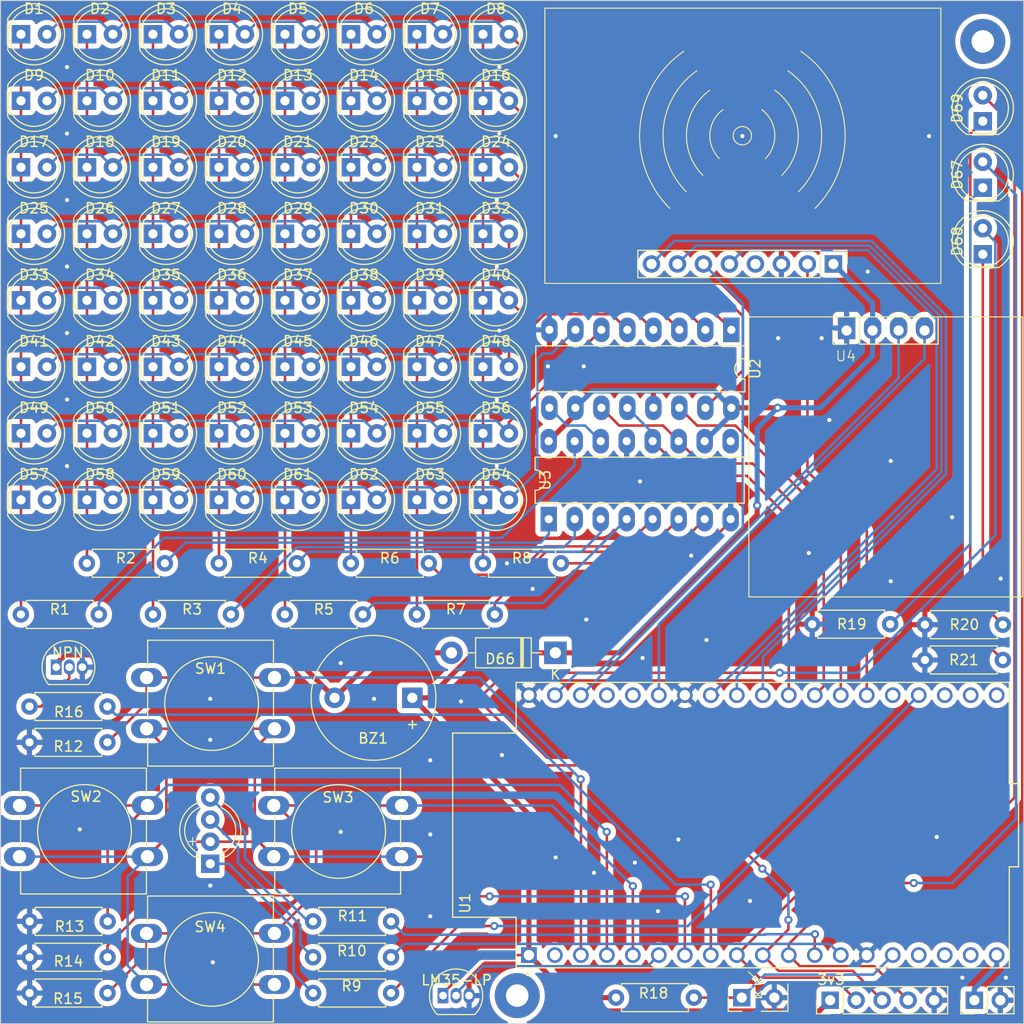
<source format=kicad_pcb>
(kicad_pcb (version 20221018) (generator pcbnew)
  (title_block (title "Castle_PCB") (rev "1") (company "Ivar"))
  (layers (0 "F.Cu" signal) (31 "B.Cu" signal) (34 "B.Paste" user) (35 "F.Paste" user) (36 "B.SilkS" user "B.Silkscreen") (37 "F.SilkS" user "F.Silkscreen") (38 "B.Mask" user) (39 "F.Mask" user) (44 "Edge.Cuts" user))
  (net 0 "")
  (net 1 "Net-(D1-K)")
  (net 2 "Net-(D1-A)")
  (net 3 "Net-(D10-K)")
  (net 4 "Net-(D11-K)")
  (net 5 "Net-(D12-K)")
  (net 6 "Net-(D13-K)")
  (net 7 "Net-(D14-K)")
  (net 8 "Net-(D15-K)")
  (net 9 "Net-(D16-K)")
  (net 10 "Net-(D10-A)")
  (net 11 "Net-(D17-A)")
  (net 12 "Net-(D25-A)")
  (net 13 "Net-(D33-A)")
  (net 14 "Net-(D41-A)")
  (net 15 "Net-(D49-A)")
  (net 16 "Net-(D57-A)")
  (net 17 "Net-(U3-QA)")
  (net 18 "Net-(U3-QB)")
  (net 19 "Net-(U3-QC)")
  (net 20 "Net-(U3-QD)")
  (net 21 "Net-(U3-QE)")
  (net 22 "Net-(U3-QF)")
  (net 23 "Net-(U3-QG)")
  (net 24 "Net-(U3-QH)")
  (net 25 "Net-(BZ1--)")
  (net 27 "Net-(BZ1-+)")
  (net 28 "Net-(D65-RK)")
  (net 29 "Net-(D65-GK)")
  (net 30 "Net-(D65-BK)")
  (net 31 "Net-(D67-K)")
  (net 32 "Net-(D67-A)")
  (net 33 "Net-(D68-K)")
  (net 34 "Net-(J2-Pin_1)")
  (net 35 "Net-(Q1-B)")
  (net 36 "Net-(U1-IO15)")
  (net 37 "Net-(U1-IO12)")
  (net 38 "Net-(U1-IO14)")
  (net 39 "Net-(U1-SENSOR_VP)")
  (net 43 "Net-(U1-SENSOR_VN)")
  (net 47 "Net-(U1-IO34)")
  (net 49 "Net-(U1-IO32)")
  (net 50 "Net-(U1-IO33)")
  (net 51 "Net-(U1-IO13)")
  (net 52 "Net-(U1-IO18)")
  (net 53 "Net-(U1-IO19)")
  (net 54 "Net-(U1-IO21)")
  (net 57 "Net-(U1-IO22)")
  (net 58 "Net-(U1-IO23)")
  (net 59 "GND")
  (net 60 "Net-(U1-IO35)")
  (net 61 "Net-(U1-IO0)")
  (net 62 "Net-(U1-IO4)")
  (net 63 "Net-(U1-IO16)")
  (net 64 "Net-(U1-IO17)")
  (net 65 "Net-(U1-IO5)")
  (net 66 "Net-(U2-QH')")
  (net 69 "Net-(D68-A)")
  (net 70 "Net-(D69-K)")
  (net 71 "Net-(D69-A)")
  (footprint "LED_THT:LED_D5.0mm" (layer "F.Cu") (at 114.9 66.3)
    (fp_text reference "D19")
    (fp_text value "LED")
  )
  (footprint "Resistor_THT:R_Axial_DIN0207_L6.3mm_D2.5mm_P7.62mm_Horizontal" (layer "F.Cu") (at 197.96 114.45 180)
    (fp_text reference "R21")
    (fp_text value "220")
  )
  (footprint "Resistor_THT:R_Axial_DIN0207_L6.3mm_D2.5mm_P7.62mm_Horizontal" (layer "F.Cu") (at 114.9 110)
    (fp_text reference "R3")
    (fp_text value "220")
  )
  (footprint "Buzzer_Beeper:Buzzer_12x9.5RM7.6" (layer "F.Cu") (at 140.25 118.15 180)
    (fp_text reference "BZ1")
    (fp_text value "Buzzer")
  )
  (footprint "LED_THT:LED_D5.0mm" (layer "F.Cu") (at 140.7 59.8)
    (fp_text reference "D15")
    (fp_text value "LED")
  )
  (footprint "Resistor_THT:R_Axial_DIN0207_L6.3mm_D2.5mm_P7.62mm_Horizontal" (layer "F.Cu") (at 108.44 105)
    (fp_text reference "R2")
    (fp_text value "220")
  )
  (footprint "Connector_PinHeader_2.54mm:PinHeader_1x02_P2.54mm_Vertical" (layer "F.Cu") (at 195.175 147.7 90)
    (fp_text reference "J2" hide)
    (fp_text value "Conn_01x02_Pin" hide)
  )
  (footprint "LED_THT:LED_D5.0mm" (layer "F.Cu") (at 121.35 79.3)
    (fp_text reference "D36")
    (fp_text value "LED")
  )
  (footprint "LED_THT:LED_D5.0mm" (layer "F.Cu") (at 127.8 79.3)
    (fp_text reference "D37")
    (fp_text value "LED")
  )
  (footprint "LED_THT:LED_D5.0mm" (layer "F.Cu") (at 114.9 79.3)
    (fp_text reference "D35")
    (fp_text value "LED")
  )
  (footprint "LED_THT:LED_D5.0mm" (layer "F.Cu") (at 134.25 79.3)
    (fp_text reference "D38")
    (fp_text value "LED")
  )
  (footprint "Package_TO_SOT_THT:TO-92_Inline" (layer "F.Cu") (at 143.25 147.25)
    (fp_text reference "U6" hide)
    (fp_text value "LM35-LP")
  )
  (footprint "Package_TO_SOT_THT:TO-92L_Inline" (layer "F.Cu") (at 105.45 115.15)
    (fp_text reference "Q1" hide)
    (fp_text value "NPN")
  )
  (footprint "LED_THT:LED_D5.0mm" (layer "F.Cu") (at 196 74.8 90)
    (fp_text reference "D68")
    (fp_text value "LED")
  )
  (footprint "LED_THT:LED_D5.0mm" (layer "F.Cu") (at 127.8 85.8)
    (fp_text reference "D45")
    (fp_text value "LED")
  )
  (footprint "LED_THT:LED_D5.0mm" (layer "F.Cu") (at 108.45 98.8)
    (fp_text reference "D58")
    (fp_text value "LED")
  )
  (footprint "Resistor_THT:R_Axial_DIN0207_L6.3mm_D2.5mm_P7.62mm_Horizontal" (layer "F.Cu") (at 101.99 110)
    (fp_text reference "R1")
    (fp_text value "220")
  )
  (footprint "LED_THT:LED_D5.0mm" (layer "F.Cu") (at 102 79.3)
    (fp_text reference "D33")
    (fp_text value "LED")
  )
  (footprint "Button_Switch_THT:SW_PUSH-12mm" (layer "F.Cu") (at 114.27 141.17)
    (fp_text reference "SW4")
    (fp_text value "~")
  )
  (footprint "LED_THT:LED_D5.0mm" (layer "F.Cu") (at 140.7 53.3)
    (fp_text reference "D7")
    (fp_text value "LED")
  )
  (footprint "LED_THT:LED_D5.0mm" (layer "F.Cu") (at 127.8 92.3)
    (fp_text reference "D53")
    (fp_text value "LED")
  )
  (footprint "LED_THT:LED_D5.0mm" (layer "F.Cu") (at 108.45 72.8)
    (fp_text reference "D26")
    (fp_text value "LED")
  )
  (footprint "LED_THT:LED_D5.0mm" (layer "F.Cu") (at 108.45 85.8)
    (fp_text reference "D42")
    (fp_text value "LED")
  )
  (footprint "LED_THT:LED_D5.0mm" (layer "F.Cu") (at 121.35 98.8)
    (fp_text reference "D60")
    (fp_text value "LED")
  )
  (footprint "LED_THT:LED_D5.0mm" (layer "F.Cu") (at 147.15 98.8)
    (fp_text reference "D64")
    (fp_text value "LED")
  )
  (footprint "LED_THT:LED_D5.0mm" (layer "F.Cu") (at 134.25 66.3)
    (fp_text reference "D22")
    (fp_text value "LED")
  )
  (footprint "Resistor_THT:R_Axial_DIN0207_L6.3mm_D2.5mm_P7.62mm_Horizontal" (layer "F.Cu") (at 130.55 140)
    (fp_text reference "R11")
    (fp_text value "220")
  )
  (footprint "LED_THT:LED_D5.0mm" (layer "F.Cu") (at 147.15 53.3)
    (fp_text reference "D8")
    (fp_text value "LED")
  )
  (footprint "LED_THT:LED_D5.0mm" (layer "F.Cu") (at 121.35 66.3)
    (fp_text reference "D20")
    (fp_text value "LED")
  )
  (footprint "LED_THT:LED_D5.0mm" (layer "F.Cu") (at 114.9 92.3)
    (fp_text reference "D51")
    (fp_text value "LED")
  )
  (footprint "Resistor_THT:R_Axial_DIN0207_L6.3mm_D2.5mm_P7.62mm_Horizontal" (layer "F.Cu") (at 134.24 105)
    (fp_text reference "R6")
    (fp_text value "220")
  )
  (footprint "LED_THT:LED_D5.0mm" (layer "F.Cu") (at 134.25 72.8)
    (fp_text reference "D30")
    (fp_text value "LED")
  )
  (footprint "LED_THT:LED_D5.0mm" (layer "F.Cu") (at 127.8 53.3)
    (fp_text reference "D5")
    (fp_text value "LED")
  )
  (footprint "LED_THT:LED_D5.0mm" (layer "F.Cu") (at 114.9 53.3)
    (fp_text reference "D3")
    (fp_text value "LED")
  )
  (footprint "LED_THT:LED_D5.0mm" (layer "F.Cu") (at 147.15 85.8)
    (fp_text reference "D48")
    (fp_text value "LED")
  )
  (footprint "LED_THT:LED_D5.0mm" (layer "F.Cu") (at 102 98.8)
    (fp_text reference "D57")
    (fp_text value "LED")
  )
  (footprint "LED_THT:LED_D5.0mm" (layer "F.Cu") (at 121.35 53.3)
    (fp_text reference "D4")
    (fp_text value "LED")
  )
  (footprint "LED_THT:LED_D5.0mm" (layer "F.Cu") (at 108.45 92.3)
    (fp_text reference "D50")
    (fp_text value "LED")
  )
  (footprint "Connector_PinHeader_2.54mm:PinHeader_1x05_P2.54mm_Vertical" (layer "F.Cu") (at 181.08 147.7 90)
    (fp_text reference "J1" hide)
    (fp_text value "Conn_01x05_Pin" hide)
  )
  (footprint "LED_THT:LED_D5.0mm" (layer "F.Cu") (at 140.7 92.3)
    (fp_text reference "D55")
    (fp_text value "LED")
  )
  (footprint "Ivar_lib:RGB_led_THT" (layer "F.Cu") (at 120.49 134.368 90)
    (fp_text reference "D65" hide)
    (fp_text value "LED_RGBA")
  )
  (footprint "LED_THT:LED_D5.0mm" (layer "F.Cu") (at 140.7 85.8)
    (fp_text reference "D47")
    (fp_text value "LED")
  )
  (footprint "LED_THT:LED_D5.0mm" (layer "F.Cu") (at 140.7 79.3)
    (fp_text reference "D39")
    (fp_text value "LED")
  )
  (footprint "Resistor_THT:R_Axial_DIN0207_L6.3mm_D2.5mm_P7.62mm_Horizontal" (layer "F.Cu") (at 186.95 110.95 180)
    (fp_text reference "R19")
    (fp_text value "220")
  )
  (footprint "LED_THT:LED_D5.0mm" (layer "F.Cu") (at 102 85.8)
    (fp_text reference "D41")
    (fp_text value "LED")
  )
  (footprint "Ivar_lib:PhotoResistor" (layer "F.Cu") (at 172.445 147.45 90)
    (fp_text reference "R17" hide)
    (fp_text value "R_Photo")
  )
  (footprint "Resistor_THT:R_Axial_DIN0207_L6.3mm_D2.5mm_P7.62mm_Horizontal" (layer "F.Cu") (at 110.46 143.5 180)
    (fp_text reference "R14")
    (fp_text value "10k")
  )
  (footprint "Resistor_THT:R_Axial_DIN0207_L6.3mm_D2.5mm_P7.62mm_Horizontal" (layer "F.Cu") (at 197.96 111 180)
    (fp_text reference "R20")
    (fp_text value "220")
  )
  (footprint "LED_THT:LED_D5.0mm" (layer "F.Cu") (at 102 72.8)
    (fp_text reference "D25")
    (fp_text value "LED")
  )
  (footprint "LED_THT:LED_D5.0mm" (layer "F.Cu") (at 140.7 72.8)
    (fp_text reference "D31")
    (fp_text value "LED")
  )
  (footprint "LED_THT:LED_D5.0mm" (layer "F.Cu") (at 134.25 92.3)
    (fp_text reference "D54")
    (fp_text value "LED")
  )
  (footprint "Package_DIP:DIP-16_W7.62mm_LongPads" (layer "F.Cu") (at 171.425 82.185 -90)
    (fp_text reference "U2")
    (fp_text value "74HC595")
  )
  (footprint "LED_THT:LED_D5.0mm" (layer "F.Cu") (at 147.15 79.3)
    (fp_text reference "D40")
    (fp_text value "LED")
  )
  (footprint "LED_THT:LED_D5.0mm" (layer "F.Cu") (at 134.25 59.8)
    (fp_text reference "D14")
    (fp_text value "LED")
  )
  (footprint "LED_THT:LED_D5.0mm" (layer "F.Cu") (at 196 68.3 90)
    (fp_text reference "D67")
    (fp_text value "LED")
  )
  (footprint "Resistor_THT:R_Axial_DIN0207_L6.3mm_D2.5mm_P7.62mm_Horizontal" (layer "F.Cu") (at 130.54 143.5)
    (fp_text reference "R10")
    (fp_text value "220")
  )
  (footprint "Resistor_THT:R_Axial_DIN0207_L6.3mm_D2.5mm_P7.62mm_Horizontal" (layer "F.Cu") (at 121.34 105)
    (fp_text reference "R4")
    (fp_text value "220")
  )
  (footprint "MountingHole:MountingHole_2.2mm_M2_Pad" (layer "F.Cu") (at 196 54)
    (fp_text reference "REF**" hide)
    (fp_text value "MountingHole_2.2mm_M2_Pad" hide)
  )
  (footprint "LED_THT:LED_D5.0mm" (layer "F.Cu") (at 121.35 85.8)
    (fp_text reference "D44")
    (fp_text value "LED")
  )
  (footprint "LED_THT:LED_D5.0mm" (layer "F.Cu") (at 102 66.3)
    (fp_text reference "D17")
    (fp_text value "LED")
  )
  (footprint "LED_THT:LED_D5.0mm" (layer "F.Cu") (at 147.15 59.8)
    (fp_text reference "D16")
    (fp_text value "LED")
  )
  (footprint "Diode_THT:D_DO-41_SOD81_P10.16mm_Horizontal" (layer "F.Cu") (at 154.23 113.75 180)
    (fp_text reference "D66")
    (fp_text value "1N4001")
  )
  (footprint "Resistor_THT:R_Axial_DIN0207_L6.3mm_D2.5mm_P7.62mm_Horizontal" (layer "F.Cu") (at 110.46 147 180)
    (fp_text reference "R15")
    (fp_text value "10k")
  )
  (footprint "LED_THT:LED_D5.0mm" (layer "F.Cu") (at 114.9 98.8)
    (fp_text reference "D59")
    (fp_text value "LED")
  )
  (footprint "LED_THT:LED_D5.0mm" (layer "F.Cu") (at 147.15 72.8)
    (fp_text reference "D32")
    (fp_text value "LED")
  )
  (footprint "LED_THT:LED_D5.0mm" (layer "F.Cu") (at 114.9 85.8)
    (fp_text reference "D43")
    (fp_text value "LED")
  )
  (footprint "Button_Switch_THT:SW_PUSH-12mm" (layer "F.Cu") (at 114.28 116.17)
    (fp_text reference "SW1")
    (fp_text value "~")
  )
  (footprint "LED_THT:LED_D5.0mm" (layer "F.Cu") (at 108.45 53.3)
    (fp_text reference "D2")
    (fp_text value "LED")
  )
  (footprint "LED_THT:LED_D5.0mm" (layer "F.Cu") (at 134.25 98.8)
    (fp_text reference "D62")
    (fp_text value "LED")
  )
  (footprint "LED_THT:LED_D5.0mm" (layer "F.Cu") (at 127.8 98.8)
    (fp_text reference "D61")
    (fp_text value "LED")
  )
  (footprint "LED_THT:LED_D5.0mm" (layer "F.Cu") (at 102 92.3)
    (fp_text reference "D49")
    (fp_text value "LED")
  )
  (footprint "ESP32-DEVKITC:MODULE_ESP32-DEVKITC" (layer "F.Cu") (at 174.49 130.59 90)
    (fp_text reference "U1")
    (fp_text value "ESP32-DEVKITC")
  )
  (footprint "LED_THT:LED_D5.0mm" (layer "F.Cu") (at 108.45 66.3)
    (fp_text reference "D18")
    (fp_text value "LED")
  )
  (footprint "LED_THT:LED_D5.0mm" (layer "F.Cu") (at 108.45 59.8)
    (fp_text reference "D10")
    (fp_text value "LED")
  )
  (footprint "MountingHole:MountingHole_2.2mm_M2_Pad" (layer "F.Cu") (at 150.5 147.25)
    (fp_text reference "REF**" hide)
    (fp_text value "MountingHole_2.2mm_M2_Pad" hide)
  )
  (footprint "LED_THT:LED_D5.0mm" (layer "F.Cu") (at 134.25 53.3)
    (fp_text reference "D6")
    (fp_text value "LED")
  )
  (footprint "Resistor_THT:R_Axial_DIN0207_L6.3mm_D2.5mm_P7.62mm_Horizontal" (layer "F.Cu") (at 140.69 110)
    (fp_text reference "R7")
    (fp_text value "220")
  )
  (footprint "LED_THT:LED_D5.0mm" (layer "F.Cu") (at 102 59.8)
    (fp_text reference "D9")
    (fp_text value "LED")
  )
  (footprint "Ivar_lib:oled_0.96" (layer "F.Cu") (at 182.69 82.25)
    (fp_text reference "U4")
    (fp_text value "~")
  )
  (footprint "LED_THT:LED_D5.0mm" (layer "F.Cu") (at 102 53.3)
    (fp_text reference "D1")
    (fp_text value "LED")
  )
  (footprint "LED_THT:LED_D5.0mm" (layer "F.Cu") (at 140.7 66.3)
    (fp_text reference "D23")
    (fp_text value "LED")
  )
  (footprint "Resistor_THT:R_Axial_DIN0207_L6.3mm_D2.5mm_P7.62mm_Horizontal" (layer "F.Cu") (at 147.15 105)
    (fp_text reference "R8")
    (fp_text value "220")
  )
  (footprint "Ivar_lib:RFID-RC522" (layer "F.Cu") (at 181.4 75.75 180)
    (fp_text reference "U5" hide)
    (fp_text value "~")
  )
  (footprint "LED_THT:LED_D5.0mm" (layer "F.Cu") (at 121.35 59.8)
    (fp_text reference "D12")
    (fp_text value "LED")
  )
  (footprint "LED_THT:LED_D5.0mm" (layer "F.Cu") (at 127.8 66.3)
    (fp_text reference "D21")
    (fp_text value "LED")
  )
  (footprint "Resistor_THT:R_Axial_DIN0207_L6.3mm_D2.5mm_P7.62mm_Horizontal" (layer "F.Cu") (at 110.47 140 180)
    (fp_text reference "R13")
    (fp_text value "10k")
  )
  (footprint "LED_THT:LED_D5.0mm" (layer "F.Cu") (at 114.9 59.8)
    (fp_text reference "D11")
    (fp_text value "LED")
  )
  (footprint "LED_THT:LED_D5.0mm" (layer "F.Cu") (at 147.15 66.3)
    (fp_text reference "D24")
    (fp_text value "LED")
  )
  (footprint "LED_THT:LED_D5.0mm" (layer "F.Cu") (at 108.45 79.3)
    (fp_text reference "D34")
    (fp_text value "LED")
  )
  (footprint "LED_THT:LED_D5.0mm" (layer "F.Cu") (at 121.35 72.8)
    (fp_text reference "D28")
    (fp_text value "LED")
  )
  (footprint "LED_THT:LED_D5.0mm" (layer "F.Cu") (at 140.7 98.8)
    (fp_text reference "D63")
    (fp_text value "LED")
  )
  (footprint "Resistor_THT:R_Axial_DIN0207_L6.3mm_D2.5mm_P7.62mm_Horizontal" (layer "F.Cu") (at 130.55 147)
    (fp_text reference "R9")
    (fp_text value "220")
  )
  (footprint "Resistor_THT:R_Axial_DIN0207_L6.3mm_D2.5mm_P7.62mm_Horizontal" (layer "F.Cu") (at 110.45 119 180)
    (fp_text reference "R16")
    (fp_text value "220")
  )
  (footprint "LED_THT:LED_D5.0mm" (layer "F.Cu") (at 127.8 59.8)
    (fp_text reference "D13")
    (fp_text value "LED")
  )
  (footprint "Button_Switch_THT:SW_PUSH-12mm" (layer "F.Cu") (at 101.86 128.67)
    (fp_text reference "SW2")
    (fp_text value "~")
  )
  (footprint "LED_THT:LED_D5.0mm" (layer "F.Cu") (at 114.9 72.8)
    (fp_text reference "D27")
    (fp_text value "LED")
  )
  (footprint "Resistor_THT:R_Axial_DIN0207_L6.3mm_D2.5mm_P7.62mm_Horizontal" (layer "F.Cu") (at 160.15 147.45)
    (fp_text reference "R18")
    (fp_text value "10k")
  )
  (footprint "Resistor_THT:R_Axial_DIN0207_L6.3mm_D2.5mm_P7.62mm_Horizontal" (layer "F.Cu") (at 127.79 110)
    (fp_text reference "R5")
    (fp_text value "220")
  )
  (footprint "LED_THT:LED_D5.0mm" (layer "F.Cu") (at 147.15 92.3)
    (fp_text reference "D56")
    (fp_text value "LED")
  )
  (footprint "LED_THT:LED_D5.0mm" (layer "F.Cu") (at 127.8 72.8)
    (fp_text reference "D29")
    (fp_text value "LED")
  )
  (footprint "Resistor_THT:R_Axial_DIN0207_L6.3mm_D2.5mm_P7.62mm_Horizontal" (layer "F.Cu") (at 110.45 122.5 180)
    (fp_text reference "R12")
    (fp_text value "10k")
  )
  (footprint "LED_THT:LED_D5.0mm" (layer "F.Cu") (at 121.35 92.3)
    (fp_text reference "D52")
    (fp_text value "LED")
  )
  (footprint "LED_THT:LED_D5.0mm" (layer "F.Cu") (at 134.25 85.8)
    (fp_text reference "D46")
    (fp_text value "LED")
  )
  (footprint "LED_THT:LED_D5.0mm" (layer "F.Cu") (at 196 61.8 90)
    (fp_text reference "D69")
    (fp_text value "LED")
  )
  (footprint "Button_Switch_THT:SW_PUSH-12mm" (layer "F.Cu") (at 126.7 128.67)
    (fp_text reference "SW3")
    (fp_text value "~")
  )
  (footprint "Package_DIP:DIP-16_W7.62mm_LongPads" (layer "F.Cu") (at 153.575 100.685 90)
    (fp_text reference "U3")
    (fp_text value "74HC595")
  )
  (gr_rect locked (start 100 50) (end 200 150) (stroke (width 0.1)) (fill none) (layer "Edge.Cuts"))
  (gr_text "3v3" (at 179.75 146.27) (layer "F.SilkS") (effects (font (size 1 1)) (justify left bottom)))
  (segment (start 102 53.1) (end 102.2 52.9) (width 0.25) (layer "F.Cu") (net 1))
  (segment (start 102 109.99) (end 101.99 110) (width 0.25) (layer "F.Cu") (net 1))
  (segment (start 102 72.8) (end 102 79.3) (width 0.25) (layer "F.Cu") (net 1))
  (segment (start 102 59.8) (end 102 66.3) (width 0.25) (layer "F.Cu") (net 1))
  (segment (start 102 85.8) (end 102 92.3) (width 0.25) (layer "F.Cu") (net 1))
  (segment (start 102 98.8) (end 102 109.99) (width 0.25) (layer "F.Cu") (net 1))
  (segment (start 102 53.3) (end 102 59.8) (width 0.25) (layer "F.Cu") (net 1))
  (segment (start 102 53.3) (end 102 53.1) (width 0.25) (layer "F.Cu") (net 1))
  (segment (start 102 92.3) (end 102 98.8) (width 0.25) (layer "F.Cu") (net 1))
  (segment (start 102 66.3) (end 102 72.8) (width 0.25) (layer "F.Cu") (net 1))
  (segment (start 102 79.3) (end 102 85.8) (width 0.25) (layer "F.Cu") (net 1))
  (segment (start 152.468198 76.745406) (end 152.468198 56.078198) (width 0.25) (layer "F.Cu") (net 2))
  (segment (start 154.122792 78.4) (end 152.468198 76.745406) (width 0.25) (layer "F.Cu") (net 2))
  (segment (start 152.468198 56.078198) (end 149.69 53.3) (width 0.25) (layer "F.Cu") (net 2))
  (segment (start 168.885 89.805) (end 172.55 86.14) (width 0.25) (layer "F.Cu") (net 2))
  (segment (start 172.55 86.14) (end 172.55 80.85) (width 0.25) (layer "F.Cu") (net 2))
  (segment (start 172.55 80.85) (end 170.1 78.4) (width 0.25) (layer "F.Cu") (net 2))
  (segment (start 170.1 78.4) (end 154.122792 78.4) (width 0.25) (layer "F.Cu") (net 2))
  (segment (start 122.665 52.075) (end 123.89 53.3) (width 0.25) (layer "B.Cu") (net 2))
  (segment (start 131.565 52.075) (end 135.565 52.075) (width 0.25) (layer "B.Cu") (net 2))
  (segment (start 116.215 52.075) (end 117.44 53.3) (width 0.25) (layer "B.Cu") (net 2))
  (segment (start 109.765 52.075) (end 110.99 53.3) (width 0.25) (layer "B.Cu") (net 2))
  (segment (start 138.015 52.075) (end 142.015 52.075) (width 0.25) (layer "B.Cu") (net 2))
  (segment (start 105.765 52.075) (end 109.765 52.075) (width 0.25) (layer "B.Cu") (net 2))
  (segment (start 123.89 53.3) (end 125.115 52.075) (width 0.25) (layer "B.Cu") (net 2))
  (segment (start 130.34 53.3) (end 131.565 52.075) (width 0.25) (layer "B.Cu") (net 2))
  (segment (start 148.465 52.075) (end 149.69 53.3) (width 0.25) (layer "B.Cu") (net 2))
  (segment (start 135.565 52.075) (end 136.79 53.3) (width 0.25) (layer "B.Cu") (net 2))
  (segment (start 129.115 52.075) (end 130.34 53.3) (width 0.25) (layer "B.Cu") (net 2))
  (segment (start 136.79 53.3) (end 138.015 52.075) (width 0.25) (layer "B.Cu") (net 2))
  (segment (start 144.465 52.075) (end 148.465 52.075) (width 0.25) (layer "B.Cu") (net 2))
  (segment (start 112.215 52.075) (end 116.215 52.075) (width 0.25) (layer "B.Cu") (net 2))
  (segment (start 117.44 53.3) (end 118.665 52.075) (width 0.25) (layer "B.Cu") (net 2))
  (segment (start 142.015 52.075) (end 143.24 53.3) (width 0.25) (layer "B.Cu") (net 2))
  (segment (start 118.665 52.075) (end 122.665 52.075) (width 0.25) (layer "B.Cu") (net 2))
  (segment (start 143.24 53.3) (end 144.465 52.075) (width 0.25) (layer "B.Cu") (net 2))
  (segment (start 125.115 52.075) (end 129.115 52.075) (width 0.25) (layer "B.Cu") (net 2))
  (segment (start 104.54 53.3) (end 105.765 52.075) (width 0.25) (layer "B.Cu") (net 2))
  (segment (start 110.99 53.3) (end 112.215 52.075) (width 0.25) (layer "B.Cu") (net 2))
  (segment (start 108.45 53.3) (end 108.45 59.8) (width 0.25) (layer "F.Cu") (net 3))
  (segment (start 108.45 59.8) (end 108.45 66.3) (width 0.25) (layer "F.Cu") (net 3))
  (segment (start 108.45 92.3) (end 108.45 98.8) (width 0.25) (layer "F.Cu") (net 3))
  (segment (start 108.45 85.8) (end 108.45 92.3) (width 0.25) (layer "F.Cu") (net 3))
  (segment (start 108.45 66.3) (end 108.45 72.8) (width 0.25) (layer "F.Cu") (net 3))
  (segment (start 108.45 72.8) (end 108.45 79.3) (width 0.25) (layer "F.Cu") (net 3))
  (segment (start 108.55 72.775) (end 108.525 72.8) (width 0.25) (layer "F.Cu") (net 3))
  (segment (start 108.45 79.3) (end 108.45 85.8) (width 0.25) (layer "F.Cu") (net 3))
  (segment (start 108.45 104.99) (end 108.44 105) (width 0.25) (layer "F.Cu") (net 3))
  (segment (start 108.45 98.8) (end 108.45 104.99) (width 0.25) (layer "F.Cu") (net 3))
  (segment (start 108.5 85.775) (end 108.525 85.8) (width 0.25) (layer "F.Cu") (net 3))
  (segment (start 115.55 72.775) (end 115.525 72.8) (width 0.25) (layer "F.Cu") (net 4))
  (segment (start 114.9 85.8) (end 114.9 92.3) (width 0.25) (layer "F.Cu") (net 4))
  (segment (start 114.9 98.8) (end 114.9 110) (width 0.25) (layer "F.Cu") (net 4))
  (segment (start 114.9 92.3) (end 114.9 98.8) (width 0.25) (layer "F.Cu") (net 4))
  (segment (start 114.9 72.8) (end 114.9 79.3) (width 0.25) (layer "F.Cu") (net 4))
  (segment (start 114.9 53.3) (end 114.9 59.8) (width 0.25) (layer "F.Cu") (net 4))
  (segment (start 114.9 66.3) (end 114.9 72.8) (width 0.25) (layer "F.Cu") (net 4))
  (segment (start 114.9 59.8) (end 114.9 66.3) (width 0.25) (layer "F.Cu") (net 4))
  (segment (start 114.9 79.3) (end 114.9 85.8) (width 0.25) (layer "F.Cu") (net 4))
  (segment (start 115.5 85.775) (end 115.525 85.8) (width 0.25) (layer "F.Cu") (net 4))
  (segment (start 121.35 79.3) (end 121.35 85.8) (width 0.25) (layer "F.Cu") (net 5))
  (segment (start 121.35 53.3) (end 121.35 59.8) (width 0.25) (layer "F.Cu") (net 5))
  (segment (start 121.35 104.99) (end 121.34 105) (width 0.25) (layer "F.Cu") (net 5))
  (segment (start 121.35 98.8) (end 121.35 104.99) (width 0.25) (layer "F.Cu") (net 5))
  (segment (start 121.35 92.3) (end 121.35 98.8) (width 0.25) (layer "F.Cu") (net 5))
  (segment (start 121.35 85.8) (end 121.35 92.3) (width 0.25) (layer "F.Cu") (net 5))
  (segment (start 121.35 59.8) (end 121.35 66.3) (width 0.25) (layer "F.Cu") (net 5))
  (segment (start 121.35 72.8) (end 121.35 79.3) (width 0.25) (layer "F.Cu") (net 5))
  (segment (start 121.35 66.3) (end 121.35 72.8) (width 0.25) (layer "F.Cu") (net 5))
  (segment (start 127.8 79.3) (end 127.8 85.8) (width 0.25) (layer "F.Cu") (net 6))
  (segment (start 127.8 85.8) (end 127.8 92.3) (width 0.25) (layer "F.Cu") (net 6))
  (segment (start 127.8 59.8) (end 127.8 66.3) (width 0.25) (layer "F.Cu") (net 6))
  (segment (start 127.8 109.99) (end 127.79 110) (width 0.25) (layer "F.Cu") (net 6))
  (segment (start 127.8 66.3) (end 127.8 72.8) (width 0.25) (layer "F.Cu") (net 6))
  (segment (start 127.8 72.8) (end 127.8 79.3) (width 0.25) (layer "F.Cu") (net 6))
  (segment (start 127.8 53.3) (end 127.8 59.8) (width 0.25) (layer "F.Cu") (net 6))
  (segment (start 127.8 98.8) (end 127.8 109.99) (width 0.25) (layer "F.Cu") (net 6))
  (segment (start 127.8 92.3) (end 127.8 98.8) (width 0.25) (layer "F.Cu") (net 6))
  (segment (start 134.25 72.8) (end 134.25 79.3) (width 0.25) (layer "F.Cu") (net 7))
  (segment (start 134.25 79.3) (end 134.25 85.8) (width 0.25) (layer "F.Cu") (net 7))
  (segment (start 134.25 104.99) (end 134.24 105) (width 0.25) (layer "F.Cu") (net 7))
  (segment (start 134.25 66.3) (end 134.25 72.8) (width 0.25) (layer "F.Cu") (net 7))
  (segment (start 134.25 53.3) (end 134.25 59.8) (width 0.25) (layer "F.Cu") (net 7))
  (segment (start 134.25 59.8) (end 134.25 66.3) (width 0.25) (layer "F.Cu") (net 7))
  (segment (start 134.25 98.8) (end 134.25 104.99) (width 0.25) (layer "F.Cu") (net 7))
  (segment (start 134.25 85.8) (end 134.25 92.3) (width 0.25) (layer "F.Cu") (net 7))
  (segment (start 134.25 92.3) (end 134.25 98.8) (width 0.25) (layer "F.Cu") (net 7))
  (segment (start 140.7 109.99) (end 140.69 110) (width 0.25) (layer "F.Cu") (net 8))
  (segment (start 140.7 59.8) (end 140.7 66.3) (width 0.25) (layer "F.Cu") (net 8))
  (segment (start 140.7 72.8) (end 140.7 79.3) (width 0.25) (layer "F.Cu") (net 8))
  (segment (start 140.7 98.8) (end 140.7 109.99) (width 0.25) (layer "F.Cu") (net 8))
  (segment (start 140.7 53.3) (end 140.7 59.8) (width 0.25) (layer "F.Cu") (net 8))
  (segment (start 140.7 79.3) (end 140.7 85.8) (width 0.25) (layer "F.Cu") (net 8))
  (segment (start 140.7 66.3) (end 140.7 72.8) (width 0.25) (layer "F.Cu") (net 8))
  (segment (start 140.7 92.3) (end 140.7 98.8) (width 0.25) (layer "F.Cu") (net 8))
  (segment (start 140.7 85.8) (end 140.7 92.3) (width 0.25) (layer "F.Cu") (net 8))
  (segment (start 147.15 72.8) (end 147.15 79.3) (width 0.25) (layer "F.Cu") (net 9))
  (segment (start 147.15 79.3) (end 147.15 85.8) (width 0.25) (layer "F.Cu") (net 9))
  (segment (start 147.15 59.8) (end 147.15 66.3) (width 0.25) (layer "F.Cu") (net 9))
  (segment (start 147.15 98.8) (end 147.15 105) (width 0.25) (layer "F.Cu") (net 9))
  (segment (start 147.15 85.8) (end 147.15 92.3) (width 0.25) (layer "F.Cu") (net 9))
  (segment (start 147.15 53.3) (end 147.15 59.8) (width 0.25) (layer "F.Cu") (net 9))
  (segment (start 147.15 66.3) (end 147.15 72.8) (width 0.25) (layer "F.Cu") (net 9))
  (segment (start 147.15 92.3) (end 147.15 98.8) (width 0.25) (layer "F.Cu") (net 9))
  (segment (start 171.425 82.185) (end 168.09 78.85) (width 0.25) (layer "F.Cu") (net 10))
  (segment (start 171.425 82.185) (end 171.385 82.185) (width 0.25) (layer "F.Cu") (net 10))
  (segment (start 153.936396 78.85) (end 152.018198 76.931802) (width 0.25) (layer "F.Cu") (net 10))
  (segment (start 152.018198 62.128198) (end 149.69 59.8) (width 0.25) (layer "F.Cu") (net 10))
  (segment (start 168.09 78.85) (end 153.936396 78.85) (width 0.25) (layer "F.Cu") (net 10))
  (segment (start 152.018198 76.931802) (end 152.018198 62.128198) (width 0.25) (layer "F.Cu") (net 10))
  (segment (start 117.44 59.8) (end 118.665 58.575) (width 0.25) (layer "B.Cu") (net 10))
  (segment (start 130.34 59.8) (end 131.565 58.575) (width 0.25) (layer "B.Cu") (net 10))
  (segment (start 144.465 58.575) (end 148.465 58.575) (width 0.25) (layer "B.Cu") (net 10))
  (segment (start 123.89 59.8) (end 125.115 58.575) (width 0.25) (layer "B.Cu") (net 10))
  (segment (start 131.565 58.575) (end 135.565 58.575) (width 0.25) (layer "B.Cu") (net 10))
  (segment (start 129.115 58.575) (end 130.34 59.8) (width 0.25) (layer "B.Cu") (net 10))
  (segment (start 110.99 59.8) (end 112.215 58.575) (width 0.25) (layer "B.Cu") (net 10))
  (segment (start 125.115 58.575) (end 129.115 58.575) (width 0.25) (layer "B.Cu") (net 10))
  (segment (start 116.215 58.575) (end 117.44 59.8) (width 0.25) (layer "B.Cu") (net 10))
  (segment (start 142.015 58.575) (end 143.24 59.8) (width 0.25) (layer "B.Cu") (net 10))
  (segment (start 143.24 59.8) (end 144.465 58.575) (width 0.25) (layer "B.Cu") (net 10))
  (segment (start 109.765 58.575) (end 110.99 59.8) (width 0.25) (layer "B.Cu") (net 10))
  (segment (start 105.765 58.575) (end 109.765 58.575) (width 0.25) (layer "B.Cu") (net 10))
  (segment (start 148.465 58.575) (end 149.69 59.8) (width 0.25) (layer "B.Cu") (net 10))
  (segment (start 104.54 59.8) (end 105.765 58.575) (width 0.25) (layer "B.Cu") (net 10))
  (segment (start 138.015 58.575) (end 142.015 58.575) (width 0.25) (layer "B.Cu") (net 10))
  (segment (start 135.565 58.575) (end 136.79 59.8) (width 0.25) (layer "B.Cu") (net 10))
  (segment (start 118.665 58.575) (end 122.665 58.575) (width 0.25) (layer "B.Cu") (net 10))
  (segment (start 122.665 58.575) (end 123.89 59.8) (width 0.25) (layer "B.Cu") (net 10))
  (segment (start 136.79 59.8) (end 138.015 58.575) (width 0.25) (layer "B.Cu") (net 10))
  (segment (start 112.215 58.575) (end 116.215 58.575) (width 0.25) (layer "B.Cu") (net 10))
  (segment (start 168.885 82.185) (end 166 79.3) (width 0.25) (layer "F.Cu") (net 11))
  (segment (start 153.75 79.3) (end 151.5 77.05) (width 0.25) (layer "F.Cu") (net 11))
  (segment (start 151.5 68.11) (end 149.69 66.3) (width 0.25) (layer "F.Cu") (net 11))
  (segment (start 166 79.3) (end 153.75 79.3) (width 0.25) (layer "F.Cu") (net 11))
  (segment (start 151.5 77.05) (end 151.5 68.11) (width 0.25) (layer "F.Cu") (net 11))
  (segment (start 138.015 65.075) (end 142.015 65.075) (width 0.25) (layer "B.Cu") (net 11))
  (segment (start 129.115 65.075) (end 130.34 66.3) (width 0.25) (layer "B.Cu") (net 11))
  (segment (start 143.24 66.3) (end 144.465 65.075) (width 0.25) (layer "B.Cu") (net 11))
  (segment (start 130.34 66.3) (end 131.565 65.075) (width 0.25) (layer "B.Cu") (net 11))
  (segment (start 123.89 66.3) (end 125.115 65.075) (width 0.25) (layer "B.Cu") (net 11))
  (segment (start 142.015 65.075) (end 143.24 66.3) (width 0.25) (layer "B.Cu") (net 11))
  (segment (start 125.115 65.075) (end 129.115 65.075) (width 0.25) (layer "B.Cu") (net 11))
  (segment (start 144.465 65.075) (end 148.465 65.075) (width 0.25) (layer "B.Cu") (net 11))
  (segment (start 112.215 65.075) (end 116.215 65.075) (width 0.25) (layer "B.Cu") (net 11))
  (segment (start 116.215 65.075) (end 117.44 66.3) (width 0.25) (layer "B.Cu") (net 11))
  (segment (start 105.765 65.075) (end 109.765 65.075) (width 0.25) (layer "B.Cu") (net 11))
  (segment (start 122.665 65.075) (end 123.89 66.3) (width 0.25) (layer "B.Cu") (net 11))
  (segment (start 135.565 65.075) (end 136.79 66.3) (width 0.25) (layer "B.Cu") (net 11))
  (segment (start 117.44 66.3) (end 118.665 65.075) (width 0.25) (layer "B.Cu") (net 11))
  (segment (start 118.665 65.075) (end 122.665 65.075) (width 0.25) (layer "B.Cu") (net 11))
  (segment (start 109.765 65.075) (end 110.99 66.3) (width 0.25) (layer "B.Cu") (net 11))
  (segment (start 148.465 65.075) (end 149.69 66.3) (width 0.25) (layer "B.Cu") (net 11))
  (segment (start 136.79 66.3) (end 138.015 65.075) (width 0.25) (layer "B.Cu") (net 11))
  (segment (start 131.565 65.075) (end 135.565 65.075) (width 0.25) (layer "B.Cu") (net 11))
  (segment (start 104.54 66.3) (end 105.765 65.075) (width 0.25) (layer "B.Cu") (net 11))
  (segment (start 110.99 66.3) (end 112.215 65.075) (width 0.25) (layer "B.Cu") (net 11))
  (segment (start 166.345 82.185) (end 163.91 79.75) (width 0.25) (layer "F.Cu") (net 12))
  (segment (start 152.7 79.75) (end 149.69 76.74) (width 0.25) (layer "F.Cu") (net 12))
  (segment (start 163.91 79.75) (end 152.7 79.75) (width 0.25) (layer "F.Cu") (net 12))
  (segment (start 149.69 76.74) (end 149.69 72.8) (width 0.25) (layer "F.Cu") (net 12))
  (segment (start 104.54 72.8) (end 105.765 71.575) (width 0.25) (layer "B.Cu") (net 12))
  (segment (start 123.89 72.8) (end 125.115 71.575) (width 0.25) (layer "B.Cu") (net 12))
  (segment (start 142.015 71.575) (end 143.24 72.8) (width 0.25) (layer "B.Cu") (net 12))
  (segment (start 129.115 71.575) (end 130.34 72.8) (width 0.25) (layer "B.Cu") (net 12))
  (segment (start 118.665 71.575) (end 122.665 71.575) (width 0.25) (layer "B.Cu") (net 12))
  (segment (start 144.465 71.575) (end 148.465 71.575) (width 0.25) (layer "B.Cu") (net 12))
  (segment (start 122.665 71.575) (end 123.89 72.8) (width 0.25) (layer "B.Cu") (net 12))
  (segment (start 138.015 71.575) (end 142.015 71.575) (width 0.25) (layer "B.Cu") (net 12))
  (segment (start 109.765 71.575) (end 110.99 72.8) (width 0.25) (layer "B.Cu") (net 12))
  (segment (start 143.24 72.8) (end 144.465 71.575) (width 0.25) (layer "B.Cu") (net 12))
  (segment (start 110.99 72.8) (end 112.215 71.575) (width 0.25) (layer "B.Cu") (net 12))
  (segment (start 131.565 71.575) (end 135.565 71.575) (width 0.25) (layer "B.Cu") (net 12))
  (segment (start 112.215 71.575) (end 116.215 71.575) (width 0.25) (layer "B.Cu") (net 12))
  (segment (start 117.44 72.8) (end 118.665 71.575) (width 0.25) (layer "B.Cu") (net 12))
  (segment (start 116.215 71.575) (end 117.44 72.8) (width 0.25) (layer "B.Cu") (net 12))
  (segment (start 135.565 71.575) (end 136.79 72.8) (width 0.25) (layer "B.Cu") (net 12))
  (segment (start 125.115 71.575) (end 129.115 71.575) (width 0.25) (layer "B.Cu") (net 12))
  (segment (start 130.34 72.8) (end 131.565 71.575) (width 0.25) (layer "B.Cu") (net 12))
  (segment (start 148.465 71.575) (end 149.69 72.8) (width 0.25) (layer "B.Cu") (net 12))
  (segment (start 136.79 72.8) (end 138.015 71.575) (width 0.25) (layer "B.Cu") (net 12))
  (segment (start 105.765 71.575) (end 109.765 71.575) (width 0.25) (layer "B.Cu") (net 12))
  (segment (start 161.83 80.21) (end 163.805 82.185) (width 0.25) (layer "F.Cu") (net 13))
  (segment (start 150.6 80.21) (end 161.83 80.21) (width 0.25) (layer "F.Cu") (net 13))
  (segment (start 149.69 79.3) (end 150.6 80.21) (width 0.25) (layer "F.Cu") (net 13))
  (segment (start 142.015 78.075) (end 143.24 79.3) (width 0.25) (layer "B.Cu") (net 13))
  (segment (start 136.79 79.3) (end 138.015 78.075) (width 0.25) (layer "B.Cu") (net 13))
  (segment (start 112.215 78.075) (end 116.215 78.075) (width 0.25) (layer "B.Cu") (net 13))
  (segment (start 117.44 79.3) (end 118.665 78.075) (width 0.25) (layer "B.Cu") (net 13))
  (segment (start 105.765 78.075) (end 109.765 78.075) (width 0.25) (layer "B.Cu") (net 13))
  (segment (start 116.215 78.075) (end 117.44 79.3) (width 0.25) (layer "B.Cu") (net 13))
  (segment (start 110.99 79.3) (end 112.215 78.075) (width 0.25) (layer "B.Cu") (net 13))
  (segment (start 129.115 78.075) (end 130.34 79.3) (width 0.25) (layer "B.Cu") (net 13))
  (segment (start 109.765 78.075) (end 110.99 79.3) (width 0.25) (layer "B.Cu") (net 13))
  (segment (start 130.34 79.3) (end 131.565 78.075) (width 0.25) (layer "B.Cu") (net 13))
  (segment (start 148.465 78.075) (end 149.69 79.3) (width 0.25) (layer "B.Cu") (net 13))
  (segment (start 104.54 79.3) (end 105.765 78.075) (width 0.25) (layer "B.Cu") (net 13))
  (segment (start 131.565 78.075) (end 135.565 78.075) (width 0.25) (layer "B.Cu") (net 13))
  (segment (start 144.465 78.075) (end 148.465 78.075) (width 0.25) (layer "B.Cu") (net 13))
  (segment (start 125.115 78.075) (end 129.115 78.075) (width 0.25) (layer "B.Cu") (net 13))
  (segment (start 143.24 79.3) (end 144.465 78.075) (width 0.25) (layer "B.Cu") (net 13))
  (segment (start 138.015 78.075) (end 142.015 78.075) (width 0.25) (layer "B.Cu") (net 13))
  (segment (start 122.665 78.075) (end 123.89 79.3) (width 0.25) (layer "B.Cu") (net 13))
  (segment (start 123.89 79.3) (end 125.115 78.075) (width 0.25) (layer "B.Cu") (net 13))
  (segment (start 118.665 78.075) (end 122.665 78.075) (width 0.25) (layer "B.Cu") (net 13))
  (segment (start 135.565 78.075) (end 136.79 79.3) (width 0.25) (layer "B.Cu") (net 13))
  (segment (start 149.69 84.14901) (end 149.69 85.8) (width 0.25) (layer "F.Cu") (net 14))
  (segment (start 161.265 82.185) (end 159.74 80.66) (width 0.25) (layer "F.Cu") (net 14))
  (segment (start 159.74 80.66) (end 153.17901 80.66) (width 0.25) (layer "F.Cu") (net 14))
  (segment (start 153.17901 80.66) (end 149.69 84.14901) (width 0.25) (layer "F.Cu") (net 14))
  (segment (start 148.465 84.575) (end 149.69 85.8) (width 0.25) (layer "B.Cu") (net 14))
  (segment (start 112.215 84.575) (end 116.215 84.575) (width 0.25) (layer "B.Cu") (net 14))
  (segment (start 129.115 84.575) (end 130.34 85.8) (width 0.25) (layer "B.Cu") (net 14))
  (segment (start 135.565 84.575) (end 136.79 85.8) (width 0.25) (layer "B.Cu") (net 14))
  (segment (start 116.215 84.575) (end 117.44 85.8) (width 0.25) (layer "B.Cu") (net 14))
  (segment (start 105.765 84.575) (end 109.765 84.575) (width 0.25) (layer "B.Cu") (net 14))
  (segment (start 104.54 85.8) (end 105.765 84.575) (width 0.25) (layer "B.Cu") (net 14))
  (segment (start 130.34 85.8) (end 131.565 84.575) (width 0.25) (layer "B.Cu") (net 14))
  (segment (start 123.89 85.8) (end 125.115 84.575) (width 0.25) (layer "B.Cu") (net 14))
  (segment (start 122.665 84.575) (end 123.89 85.8) (width 0.25) (layer "B.Cu") (net 14))
  (segment (start 143.24 85.8) (end 144.465 84.575) (width 0.25) (layer "B.Cu") (net 14))
  (segment (start 144.465 84.575) (end 148.465 84.575) (width 0.25) (layer "B.Cu") (net 14))
  (segment (start 117.44 85.8) (end 118.665 84.575) (width 0.25) (layer "B.Cu") (net 14))
  (segment (start 110.99 85.8) (end 112.215 84.575) (width 0.25) (layer "B.Cu") (net 14))
  (segment (start 109.765 84.575) (end 110.99 85.8) (width 0.25) (layer "B.Cu") (net 14))
  (segment (start 142.015 84.575) (end 143.24 85.8) (width 0.25) (layer "B.Cu") (net 14))
  (segment (start 118.665 84.575) (end 122.665 84.575) (width 0.25) (layer "B.Cu") (net 14))
  (segment (start 125.115 84.575) (end 129.115 84.575) (width 0.25) (layer "B.Cu") (net 14))
  (segment (start 138.015 84.575) (end 142.015 84.575) (width 0.25) (layer "B.Cu") (net 14))
  (segment (start 131.565 84.575) (end 135.565 84.575) (width 0.25) (layer "B.Cu") (net 14))
  (segment (start 136.79 85.8) (end 138.015 84.575) (width 0.25) (layer "B.Cu") (net 14))
  (segment (start 158.725 82.185) (end 149.69 91.22) (width 0.25) (layer "F.Cu") (net 15))
  (segment (start 149.69 91.22) (end 149.69 92.3) (width 0.25) (layer "F.Cu") (net 15))
  (segment (start 148.465 91.075) (end 149.69 92.3) (width 0.25) (layer "B.Cu") (net 15))
  (segment (start 129.115 91.075) (end 130.34 92.3) (width 0.25) (layer "B.Cu") (net 15))
  (segment (start 105.765 91.075) (end 109.765 91.075) (width 0.25) (layer "B.Cu") (net 15))
  (segment (start 112.215 91.075) (end 116.215 91.075) (width 0.25) (layer "B.Cu") (net 15))
  (segment (start 142.015 91.075) (end 143.24 92.3) (width 0.25) (layer "B.Cu") (net 15))
  (segment (start 136.79 92.3) (end 138.015 91.075) (width 0.25) (layer "B.Cu") (net 15))
  (segment (start 117.44 92.3) (end 118.665 91.075) (width 0.25) (layer "B.Cu") (net 15))
  (segment (start 122.665 91.075) (end 123.89 92.3) (width 0.25) (layer "B.Cu") (net 15))
  (segment (start 138.015 91.075) (end 142.015 91.075) (width 0.25) (layer "B.Cu") (net 15))
  (segment (start 135.565 91.075) (end 136.79 92.3) (width 0.25) (layer "B.Cu") (net 15))
  (segment (start 118.665 91.075) (end 122.665 91.075) (width 0.25) (layer "B.Cu") (net 15))
  (segment (start 143.24 92.3) (end 144.465 91.075) (width 0.25) (layer "B.Cu") (net 15))
  (segment (start 125.115 91.075) (end 129.115 91.075) (width 0.25) (layer "B.Cu") (net 15))
  (segment (start 110.99 92.3) (end 112.215 91.075) (width 0.25) (layer "B.Cu") (net 15))
  (segment (start 123.89 92.3) (end 125.115 91.075) (width 0.25) (layer "B.Cu") (net 15))
  (segment (start 144.465 91.075) (end 148.465 91.075) (width 0.25) (layer "B.Cu") (net 15))
  (segment (start 109.765 91.075) (end 110.99 92.3) (width 0.25) (layer "B.Cu") (net 15))
  (segment (start 130.34 92.3) (end 131.565 91.075) (width 0.25) (layer "B.Cu") (net 15))
  (segment (start 104.54 92.3) (end 105.765 91.075) (width 0.25) (layer "B.Cu") (net 15))
  (segment (start 131.565 91.075) (end 135.565 91.075) (width 0.25) (layer "B.Cu") (net 15))
  (segment (start 116.215 91.075) (end 117.44 92.3) (width 0.25) (layer "B.Cu") (net 15))
  (segment (start 142.015 97.575) (end 143.24 98.8) (width 0.25) (layer "B.Cu") (net 16))
  (segment (start 129.115 97.575) (end 130.34 98.8) (width 0.25) (layer "B.Cu") (net 16))
  (segment (start 131.565 97.575) (end 135.565 97.575) (width 0.25) (layer "B.Cu") (net 16))
  (segment (start 153.87 84.5) (end 156.185 82.185) (width 0.25) (layer "B.Cu") (net 16))
  (segment (start 118.665 97.575) (end 122.665 97.575) (width 0.25) (layer "B.Cu") (net 16))
  (segment (start 125.115 97.575) (end 129.115 97.575) (width 0.25) (layer "B.Cu") (net 16))
  (segment (start 136.79 98.8) (end 138.015 97.575) (width 0.25) (layer "B.Cu") (net 16))
  (segment (start 130.34 98.8) (end 131.565 97.575) (width 0.25) (layer "B.Cu") (net 16))
  (segment (start 148.465 97.575) (end 149.69 98.8) (width 0.25) (layer "B.Cu") (net 16))
  (segment (start 144.465 97.575) (end 148.465 97.575) (width 0.25) (layer "B.Cu") (net 16))
  (segment (start 122.665 97.575) (end 123.89 98.8) (width 0.25) (layer "B.Cu") (net 16))
  (segment (start 152.45 96.04) (end 152.45 85.05) (width 0.25) (layer "B.Cu") (net 16))
  (segment (start 104.54 98.8) (end 105.765 97.575) (width 0.25) (layer "B.Cu") (net 16))
  (segment (start 149.69 98.8) (end 152.45 96.04) (width 0.25) (layer "B.Cu") (net 16))
  (segment (start 109.765 97.575) (end 110.99 98.8) (width 0.25) (layer "B.Cu") (net 16))
  (segment (start 123.89 98.8) (end 125.115 97.575) (width 0.25) (layer "B.Cu") (net 16))
  (segment (start 117.44 98.8) (end 118.665 97.575) (width 0.25) (layer "B.Cu") (net 16))
  (segment (start 112.215 97.575) (end 116.215 97.575) (width 0.25) (layer "B.Cu") (net 16))
  (segment (start 153 84.5) (end 153.87 84.5) (width 0.25) (layer "B.Cu") (net 16))
  (segment (start 105.765 97.575) (end 109.765 97.575) (width 0.25) (layer "B.Cu") (net 16))
  (segment (start 138.015 97.575) (end 142.015 97.575) (width 0.25) (layer "B.Cu") (net 16))
  (segment (start 152.45 85.05) (end 153 84.5) (width 0.25) (layer "B.Cu") (net 16))
  (segment (start 116.215 97.575) (end 117.44 98.8) (width 0.25) (layer "B.Cu") (net 16))
  (segment (start 110.99 98.8) (end 112.215 97.575) (width 0.25) (layer "B.Cu") (net 16))
  (segment (start 143.24 98.8) (end 144.465 97.575) (width 0.25) (layer "B.Cu") (net 16))
  (segment (start 135.565 97.575) (end 136.79 98.8) (width 0.25) (layer "B.Cu") (net 16))
  (segment (start 109.61 110) (end 109.61 108.86863) (width 0.25) (layer "B.Cu") (net 17))
  (segment (start 109.61 108.86863) (end 115.95363 102.525) (width 0.25) (layer "B.Cu") (net 17))
  (segment (start 115.95363 102.525) (end 149 102.525) (width 0.25) (layer "B.Cu") (net 17))
  (segment (start 149 102.525) (end 156.115 95.41) (width 0.25) (layer "B.Cu") (net 17))
  (segment (start 156.115 95.41) (end 156.115 93.065) (width 0.25) (layer "B.Cu") (net 17))
  (segment (start 118.085 102.975) (end 152.775 102.975) (width 0.25) (layer "B.Cu") (net 18))
  (segment (start 153.575 102.175) (end 153.575 100.685) (width 0.25) (layer "B.Cu") (net 18))
  (segment (start 152.775 102.975) (end 153.575 102.175) (width 0.25) (layer "B.Cu") (net 18))
  (segment (start 116.06 105) (end 118.085 102.975) (width 0.25) (layer "B.Cu") (net 18))
  (segment (start 155.075 103.425) (end 128.944009 103.425) (width 0.25) (layer "B.Cu") (net 19))
  (segment (start 156.115 100.685) (end 156.115 102.385) (width 0.25) (layer "B.Cu") (net 19))
  (segment (start 122.52 109.849009) (end 122.52 110) (width 0.25) (layer "B.Cu") (net 19))
  (segment (start 156.115 102.385) (end 155.075 103.425) (width 0.25) (layer "B.Cu") (net 19))
  (segment (start 128.944009 103.425) (end 122.52 109.849009) (width 0.25) (layer "B.Cu") (net 19))
  (segment (start 130.085 103.875) (end 156.775 103.875) (width 0.25) (layer "B.Cu") (net 20))
  (segment (start 158.655 101.995) (end 158.655 100.685) (width 0.25) (layer "B.Cu") (net 20))
  (segment (start 128.96 105) (end 130.085 103.875) (width 0.25) (layer "B.Cu") (net 20))
  (segment (start 156.775 103.875) (end 158.655 101.995) (width 0.25) (layer "B.Cu") (net 20))
  (segment (start 136.535 108.875) (end 135.41 110) (width 0.25) (layer "B.Cu") (net 21))
  (segment (start 153.005 108.875) (end 136.535 108.875) (width 0.25) (layer "B.Cu") (net 21))
  (segment (start 161.195 100.685) (end 153.005 108.875) (width 0.25) (layer "B.Cu") (net 21))
  (segment (start 153.192234 103.35) (end 161.07 103.35) (width 0.25) (layer "F.Cu") (net 22))
  (segment (start 142.985 106.125) (end 150.417234 106.125) (width 0.25) (layer "F.Cu") (net 22))
  (segment (start 161.07 103.35) (end 163.735 100.685) (width 0.25) (layer "F.Cu") (net 22))
  (segment (start 150.417234 106.125) (end 153.192234 103.35) (width 0.25) (layer "F.Cu") (net 22))
  (segment (start 141.86 105) (end 142.985 106.125) (width 0.25) (layer "F.Cu") (net 22))
  (segment (start 148.31 110) (end 148.31 108.86863) (width 0.25) (layer "F.Cu") (net 23))
  (segment (start 163.085 103.875) (end 166.275 100.685) (width 0.25) (layer "F.Cu") (net 23))
  (segment (start 148.31 108.86863) (end 153.30363 103.875) (width 0.25) (layer "F.Cu") (net 23))
  (segment (start 153.30363 103.875) (end 163.085 103.875) (width 0.25) (layer "F.Cu") (net 23))
  (segment (start 164.5 105) (end 168.815 100.685) (width 0.25) (layer "F.Cu") (net 24))
  (segment (start 154.77 105) (end 164.5 105) (width 0.25) (layer "F.Cu") (net 24))
  (segment (start 116.209 123.099) (end 114.28 121.17) (width 0.25) (layer "F.Cu") (net 25))
  (segment (start 155.8 147.45) (end 157.1 148.75) (width 0.5) (layer "F.Cu") (net 25))
  (segment (start 151.64 136.8) (end 151.64 143.29) (width 0.5) (layer "F.Cu") (net 25))
  (segment (start 115.821 132.209) (end 120.5 132.209) (width 0.25) (layer "F.Cu") (net 25))
  (segment (start 140.25 118.15) (end 141.862032 118.15) (width 0.5) (layer "F.Cu") (net 25))
  (segment (start 156.185 89.805) (end 156.185 90.455) (width 0.5) (layer "F.Cu") (net 25))
  (segment (start 114.28 121.17) (end 126.78 121.17) (width 0.25) (layer "F.Cu") (net 25))
  (segment (start 120.5 132.209) (end 125.239 132.209) (width 0.25) (layer "F.Cu") (net 25))
  (segment (start 140.25 118.15) (end 151.64 129.54) (width 0.5) (layer "F.Cu") (net 25))
  (segment (start 154.23 113.75) (end 160.457767 113.75) (width 0.5) (layer "F.Cu") (net 25))
  (segment (start 171.425 89.805) (end 174.045 89.805) (width 0.5) (layer "F.Cu") (net 25))
  (segment (start 146.985 143.29) (end 151.64 143.29) (width 0.25) (layer "F.Cu") (net 25))
  (segment (start 124.851 131.821) (end 124.851 123.099) (width 0.25) (layer "F.Cu") (net 25))
  (segment (start 174.05 89.8) (end 175.95 89.8) (width 0.5) (layer "F.Cu") (net 25))
  (segment (start 139.2 133.67) (end 148.51 133.67) (width 0.25) (layer "F.Cu") (net 25))
  (segment (start 114.27 146.17) (end 126.77 146.17) (width 0.25) (layer "F.Cu") (net 25))
  (segment (start 146.262032 113.75) (end 154.23 113.75) (width 0.5) (layer "F.Cu") (net 25))
  (segment (start 168.815 92.415) (end 168.815 93.065) (width 0.25) (layer "F.Cu") (net 25))
  (segment (start 151.64 129.54) (end 151.64 136.8) (width 0.5) (layer "F.Cu") (net 25))
  (segment (start 143.25 147.25) (end 143.25 147.025) (width 0.25) (layer "F.Cu") (net 25))
  (segment (start 125.239 132.209) (end 126.7 133.67) (width 0.25) (layer "F.Cu") (net 25))
  (segment (start 156.185 90.455) (end 153.575 93.065) (width 0.5) (layer "F.Cu") (net 25))
  (segment (start 141.862032 118.15) (end 146.262032 113.75) (width 0.5) (layer "F.Cu") (net 25))
  (segment (start 143.25 147.025) (end 146.985 143.29) (width 0.25) (layer "F.Cu") (net 25))
  (segment (start 160.457767 113.75) (end 173.95 100.257767) (width 0.5) (layer "F.Cu") (net 25))
  (segment (start 116.209 131.821) (end 116.209 123.099) (width 0.25) (layer "F.Cu") (net 25))
  (segment (start 114.36 133.67) (end 116.209 131.821) (width 0.25) (layer "F.Cu") (net 25))
  (segment (start 153.575 92.415) (end 153.575 93.065) (width 0.25) (layer "F.Cu") (net 25))
  (segment (start 151.64 143.29) (end 155.8 147.45) (width 0.5) (layer "F.Cu") (net 25))
  (segment (start 124.851 123.099) (end 126.78 121.17) (width 0.25) (layer "F.Cu") (net 25))
  (segment (start 157.1 148.75) (end 180.03 148.75) (width 0.5) (layer "F.Cu") (net 25))
  (segment (start 148.51 133.67) (end 151.64 136.8) (width 0.25) (layer "F.Cu") (net 25))
  (segment (start 180.03 148.75) (end 181.08 147.7) (width 0.5) (layer "F.Cu") (net 25))
  (segment (start 114.36 133.67) (end 115.821 132.209) (width 0.25) (layer "F.Cu") (net 25))
  (segment (start 173.95 100.257767) (end 173.95 99.35) (width 0.5) (layer "F.Cu") (net 25))
  (segment (start 155.8 147.45) (end 160.15 147.45) (width 0.5) (layer "F.Cu") (net 25))
  (segment (start 126.7 133.67) (end 124.851 131.821) (width 0.25) (layer "F.Cu") (net 25))
  (segment (start 174.045 89.805) (end 174.05 89.8) (width 0.5) (layer "F.Cu") (net 25))
  (via (at 173.95 99.35) (size 0.8) (drill 0.4) (layers "F.Cu" "B.Cu") (net 25))
  (via (at 175.95 89.8) (size 0.8) (drill 0.4) (layers "F.Cu" "B.Cu") (net 25))
  (segment (start 173.95 99.35) (end 173.95 91.8) (width 0.5) (layer "B.Cu") (net 25))
  (segment (start 126.7 133.67) (end 139.2 133.67) (width 0.25) (layer "B.Cu") (net 25))
  (segment (start 173.95 91.8) (end 175.95 89.8) (width 0.5) (layer "B.Cu") (net 25))
  (segment (start 157.835 88.155) (end 169.775 88.155) (width 0.5) (layer "B.Cu") (net 25))
  (segment (start 185.23 79.58) (end 185.23 82.25) (width 0.5) (layer "B.Cu") (net 25))
  (segment (start 112.421 144.321) (end 112.421 135.609) (width 0.25) (layer "B.Cu") (net 25))
  (segment (start 171.425 89.805) (end 171.425 90.455) (width 0.5) (layer "B.Cu") (net 25))
  (segment (start 181.4 75.75) (end 185.23 79.58) (width 0.5) (layer "B.Cu") (net 25))
  (segment (start 112.421 135.609) (end 114.36 133.67) (width 0.25) (layer "B.Cu") (net 25))
  (segment (start 171.425 90.455) (end 168.815 93.065) (width 0.5) (layer "B.Cu") (net 25))
  (segment (start 185.23 84.72) (end 185.23 82.25) (width 0.5) (layer "B.Cu") (net 25))
  (segment (start 180.15 89.8) (end 185.23 84.72) (width 0.5) (layer "B.Cu") (net 25))
  (segment (start 175.95 89.8) (end 180.15 89.8) (width 0.5) (layer "B.Cu") (net 25))
  (segment (start 114.27 146.17) (end 112.421 144.321) (width 0.25) (layer "B.Cu") (net 25))
  (segment (start 168.815 92.415) (end 168.815 93.065) (width 0.25) (layer "B.Cu") (net 25))
  (segment (start 156.185 89.805) (end 157.835 88.155) (width 0.5) (layer "B.Cu") (net 25))
  (segment (start 169.775 88.155) (end 171.425 89.805) (width 0.5) (layer "B.Cu") (net 25))
  (segment (start 160.15 147.45) (end 160.15 147.5) (width 0.5) (layer "B.Cu") (net 25))
  (segment (start 101.86 133.67) (end 114.36 133.67) (width 0.25) (layer "B.Cu") (net 25))
  (segment (start 105.45 114.816142) (end 105.45 115.15) (width 0.5) (layer "F.Cu") (net 27))
  (segment (start 132.65 118.15) (end 137.05 113.75) (width 0.5) (layer "F.Cu") (net 27))
  (segment (start 132.65 118.15) (end 128.45 113.95) (width 0.5) (layer "F.Cu") (net 27))
  (segment (start 128.45 113.95) (end 106.316142 113.95) (width 0.5) (layer "F.Cu") (net 27))
  (segment (start 137.05 113.75) (end 144.07 113.75) (width 0.5) (layer "F.Cu") (net 27))
  (segment (start 106.316142 113.95) (end 105.45 114.816142) (width 0.5) (layer "F.Cu") (net 27))
  (segment (start 120.5 134.368) (end 122.334767 134.368) (width 0.25) (layer "B.Cu") (net 28))
  (segment (start 128.65 145.1) (end 130.55 147) (width 0.25) (layer "B.Cu") (net 28))
  (segment (start 122.334767 134.368) (end 128.65 140.683233) (width 0.25) (layer "B.Cu") (net 28))
  (segment (start 128.65 140.683233) (end 128.65 145.1) (width 0.25) (layer "B.Cu") (net 28))
  (segment (start 129.3 142.26) (end 130.54 143.5) (width 0.25) (layer "B.Cu") (net 29))
  (segment (start 120.5 130.05) (end 123.2 132.75) (width 0.25) (layer "B.Cu") (net 29))
  (segment (start 123.2 132.75) (end 123.2 134.25) (width 0.25) (layer "B.Cu") (net 29))
  (segment (start 123.2 134.25) (end 129.3 140.35) (width 0.25) (layer "B.Cu") (net 29))
  (segment (start 129.3 140.35) (end 129.3 142.26) (width 0.25) (layer "B.Cu") (net 29))
  (segment (start 120.5 127.891) (end 123.9 131.291) (width 0.25) (layer "B.Cu") (net 30))
  (segment (start 123.9 133.85) (end 130.05 140) (width 0.25) (layer "B.Cu") (net 30))
  (segment (start 123.9 131.291) (end 123.9 133.85) (width 0.25) (layer "B.Cu") (net 30))
  (segment (start 130.05 140) (end 130.55 140) (width 0.25) (layer "B.Cu") (net 30))
  (segment (start 194.775 103.125) (end 186.95 110.95) (width 0.25) (layer "B.Cu") (net 31))
  (segment (start 194.775 69.525) (end 194.775 103.125) (width 0.25) (layer "B.Cu") (net 31))
  (segment (start 196 68.3) (end 194.775 69.525) (width 0.25) (layer "B.Cu") (net 31))
  (segment (start 177.04 143.29) (end 177.04 142.208127) (width 0.25) (layer "F.Cu") (net 32))
  (segment (start 188.7 147.7) (end 185.38 144.38) (width 0.25) (layer "F.Cu") (net 32))
  (segment (start 188.5 147.5) (end 188.7 147.7) (width 0.25) (layer "F.Cu") (net 32))
  (segment (start 185.38 144.38) (end 178.13 144.38) (width 0.25) (layer "F.Cu") (net 32))
  (segment (start 177.04 142.208127) (end 182.998127 136.25) (width 0.25) (layer "F.Cu") (net 32))
  (segment (start 178.13 144.38) (end 177.04 143.29) (width 0.25) (layer "F.Cu") (net 32))
  (segment (start 182.998127 136.25) (end 189.25 136.25) (width 0.25) (layer "F.Cu") (net 32))
  (via (at 189.25 136.25) (size 0.8) (drill 0.4) (layers "F.Cu" "B.Cu") (net 32))
  (segment (start 193 136.25) (end 199.25 130) (width 0.25) (layer "B.Cu") (net 32))
  (segment (start 199.25 69.01) (end 196 65.76) (width 0.25) (layer "B.Cu") (net 32))
  (segment (start 189.25 136.25) (end 193 136.25) (width 0.25) (layer "B.Cu") (net 32))
  (segment (start 199.25 130) (end 199.25 69.01) (width 0.25) (layer "B.Cu") (net 32))
  (segment (start 196 109.04) (end 197.96 111) (width 0.25) (layer "F.Cu") (net 33))
  (segment (start 196 74.8) (end 196 109.04) (width 0.25) (layer "F.Cu") (net 33))
  (segment (start 197.36 144.39) (end 195.175 146.575) (width 0.5) (layer "B.Cu") (net 34))
  (segment (start 197.36 143.29) (end 197.36 144.39) (width 0.5) (layer "B.Cu") (net 34))
  (segment (start 195.175 146.575) (end 195.175 147.7) (width 0.5) (layer "B.Cu") (net 34))
  (segment (start 102.83 119) (end 103.96137 119) (width 0.25) (layer "F.Cu") (net 35))
  (segment (start 106.72 116.24137) (end 106.72 115.15) (width 0.25) (layer "F.Cu") (net 35))
  (segment (start 103.96137 119) (end 106.72 116.24137) (width 0.25) (layer "F.Cu") (net 35))
  (segment (start 144.72 140.45) (end 148.25 140.45) (width 0.25) (layer "F.Cu") (net 36))
  (segment (start 138.17 147) (end 144.72 140.45) (width 0.25) (layer "F.Cu") (net 36))
  (via (at 148.25 140.45) (size 0.8) (drill 0.4) (layers "F.Cu" "B.Cu") (net 36))
  (segment (start 148.25 140.45) (end 167.18 140.45) (width 0.25) (layer "B.Cu") (net 36))
  (segment (start 167.18 140.45) (end 189.74 117.89) (width 0.25) (layer "B.Cu") (net 36))
  (segment (start 138.16 143.5) (end 139.46 142.2) (width 0.25) (layer "B.Cu") (net 37))
  (segment (start 139.46 142.2) (end 181.03 142.2) (width 0.25) (layer "B.Cu") (net 37))
  (segment (start 181.03 142.2) (end 182.12 143.29) (width 0.25) (layer "B.Cu") (net 37))
  (segment (start 179.58 141.27) (end 179.6 141.25) (width 0.25) (layer "F.Cu") (net 38))
  (segment (start 179.58 143.29) (end 179.58 141.27) (width 0.25) (layer "F.Cu") (net 38))
  (via (at 179.6 141.25) (size 0.8) (drill 0.4) (layers "F.Cu" "B.Cu") (net 38))
  (segment (start 174.8 141.25) (end 174.75 141.3) (width 0.25) (layer "B.Cu") (net 38))
  (segment (start 174.75 141.3) (end 139.47 141.3) (width 0.25) (layer "B.Cu") (net 38))
  (segment (start 179.6 141.25) (end 174.8 141.25) (width 0.25) (layer "B.Cu") (net 38))
  (segment (start 139.47 141.3) (end 138.17 140) (width 0.25) (layer "B.Cu") (net 38))
  (segment (start 110.45 122.5) (end 114.28 118.67) (width 0.25) (layer "F.Cu") (net 39))
  (segment (start 114.28 118.67) (end 114.28 116.17) (width 0.25) (layer "F.Cu") (net 39))
  (segment (start 156.7 126.1) (end 156.72 126.12) (width 0.25) (layer "F.Cu") (net 39))
  (segment (start 114.28 116.17) (end 126.78 116.17) (width 0.25) (layer "F.Cu") (net 39))
  (segment (start 156.72 126.12) (end 156.72 143.29) (width 0.25) (layer "F.Cu") (net 39))
  (via (at 156.7 126.1) (size 0.8) (drill 0.4) (layers "F.Cu" "B.Cu") (net 39))
  (segment (start 126.78 116.17) (end 146.77 116.17) (width 0.25) (layer "B.Cu") (net 39))
  (segment (start 146.77 116.17) (end 156.7 126.1) (width 0.25) (layer "B.Cu") (net 39))
  (segment (start 159.25 131.25) (end 159.26 131.26) (width 0.25) (layer "F.Cu") (net 43))
  (segment (start 110.47 132.56) (end 114.36 128.67) (width 0.25) (layer "F.Cu") (net 43))
  (segment (start 114.36 128.67) (end 101.86 128.67) (width 0.25) (layer "F.Cu") (net 43))
  (segment (start 110.47 140) (end 110.47 132.56) (width 0.25) (layer "F.Cu") (net 43))
  (segment (start 159.26 131.26) (end 159.26 143.29) (width 0.25) (layer "F.Cu") (net 43))
  (via (at 159.25 131.25) (size 0.8) (drill 0.4) (layers "F.Cu" "B.Cu") (net 43))
  (segment (start 116.364 126.666) (end 154.666 126.666) (width 0.25) (layer "B.Cu") (net 43))
  (segment (start 154.666 126.666) (end 159.25 131.25) (width 0.25) (layer "B.Cu") (net 43))
  (segment (start 114.36 128.67) (end 116.364 126.666) (width 0.25) (layer "B.Cu") (net 43))
  (segment (start 161.8 136.55) (end 161.8 143.29) (width 0.25) (layer "F.Cu") (net 47))
  (segment (start 115.37863 137.45) (end 128.15 137.45) (width 0.25) (layer "F.Cu") (net 47))
  (segment (start 110.46 142.36863) (end 115.37863 137.45) (width 0.25) (layer "F.Cu") (net 47))
  (segment (start 110.46 143.5) (end 110.46 142.36863) (width 0.25) (layer "F.Cu") (net 47))
  (segment (start 128.15 137.45) (end 130.85 134.75) (width 0.25) (layer "F.Cu") (net 47))
  (segment (start 130.85 132.5) (end 127.02 128.67) (width 0.25) (layer "F.Cu") (net 47))
  (segment (start 126.7 128.67) (end 139.2 128.67) (width 0.25) (layer "F.Cu") (net 47))
  (segment (start 130.85 134.75) (end 130.85 132.5) (width 0.25) (layer "F.Cu") (net 47))
  (segment (start 127.02 128.67) (end 126.7 128.67) (width 0.25) (layer "F.Cu") (net 47))
  (via (at 161.8 136.55) (size 0.8) (drill 0.4) (layers "F.Cu" "B.Cu") (net 47))
  (segment (start 139.2 128.67) (end 153.92 128.67) (width 0.25) (layer "B.Cu") (net 47))
  (segment (start 153.92 128.67) (end 161.8 136.55) (width 0.25) (layer "B.Cu") (net 47))
  (segment (start 110.46 147) (end 114.27 143.19) (width 0.25) (layer "F.Cu") (net 49))
  (segment (start 126.77 141.17) (end 130.39 137.55) (width 0.25) (layer "F.Cu") (net 49))
  (segment (start 166.9 137.55) (end 166.88 137.57) (width 0.25) (layer "F.Cu") (net 49))
  (segment (start 114.27 143.19) (end 114.27 141.17) (width 0.25) (layer "F.Cu") (net 49))
  (segment (start 114.27 141.17) (end 126.77 141.17) (width 0.25) (layer "F.Cu") (net 49))
  (segment (start 142 137.55) (end 147.8 137.55) (width 0.25) (layer "F.Cu") (net 49))
  (segment (start 130.39 137.55) (end 142 137.55) (width 0.25) (layer "F.Cu") (net 49))
  (segment (start 166.88 137.57) (end 166.88 143.29) (width 0.25) (layer "F.Cu") (net 49))
  (via (at 166.9 137.55) (size 0.8) (drill 0.4) (layers "F.Cu" "B.Cu") (net 49))
  (via (at 147.8 137.55) (size 0.8) (drill 0.4) (layers "F.Cu" "B.Cu") (net 49))
  (segment (start 147.8 137.55) (end 166.9 137.55) (width 0.25) (layer "B.Cu") (net 49))
  (segment (start 169.42 136.42) (end 169.4 136.4) (width 0.25) (layer "F.Cu") (net 50))
  (segment (start 169.42 143.29) (end 169.42 136.42) (width 0.25) (layer "F.Cu") (net 50))
  (via (at 169.4 136.4) (size 0.8) (drill 0.4) (layers "F.Cu" "B.Cu") (net 50))
  (segment (start 169.4 136.4) (end 165.974695 136.4) (width 0.25) (layer "B.Cu") (net 50))
  (segment (start 149.374694 119.799999) (end 111.249999 119.799999) (width 0.25) (layer "B.Cu") (net 50))
  (segment (start 111.249999 119.799999) (end 110.45 119) (width 0.25) (layer "B.Cu") (net 50))
  (segment (start 165.974695 136.4) (end 149.374694 119.799999) (width 0.25) (layer "B.Cu") (net 50))
  (segment (start 167.77 147.45) (end 172.445 147.45) (width 0.25) (layer "F.Cu") (net 51))
  (segment (start 174.695 145.2) (end 185.29 145.2) (width 0.25) (layer "B.Cu") (net 51))
  (segment (start 185.29 145.2) (end 187.2 143.29) (width 0.25) (layer "B.Cu") (net 51))
  (segment (start 172.445 147.45) (end 174.695 145.2) (width 0.25) (layer "B.Cu") (net 51))
  (segment (start 167.96 73.95) (end 184.936396 73.95) (width 0.25) (layer "B.Cu") (net 52))
  (segment (start 184.936396 73.95) (end 190.793198 79.806802) (width 0.25) (layer "B.Cu") (net 52))
  (segment (start 190.793198 79.806802) (end 191.95 80.963604) (width 0.25) (layer "B.Cu") (net 52))
  (segment (start 171.96 116.092613) (end 171.96 117.89) (width 0.25) (layer "B.Cu") (net 52))
  (segment (start 191.935 80.948604) (end 190.793198 79.806802) (width 0.25) (layer "B.Cu") (net 52))
  (segment (start 166.16 75.75) (end 167.96 73.95) (width 0.25) (layer "B.Cu") (net 52))
  (segment (start 191.95 96.102613) (end 171.96 116.092613) (width 0.25) (layer "B.Cu") (net 52))
  (segment (start 191.95 80.963604) (end 191.95 96.102613) (width 0.25) (layer "B.Cu") (net 52))
  (segment (start 170.16 117.89) (end 169.42 117.89) (width 0.25) (layer "B.Cu") (net 53))
  (segment (start 191.485 95.825) (end 169.42 117.89) (width 0.25) (layer "B.Cu") (net 53))
  (segment (start 184.75 74.4) (end 191.485 81.135) (width 0.25) (layer "B.Cu") (net 53))
  (segment (start 172.59 74.4) (end 184.75 74.4) (width 0.25) (layer "B.Cu") (net 53))
  (segment (start 191.485 81.135) (end 191.485 95.825) (width 0.25) (layer "B.Cu") (net 53))
  (segment (start 171.24 75.75) (end 172.59 74.4) (width 0.25) (layer "B.Cu") (net 53))
  (segment (start 190.31 82.25) (end 190.31 84.993782) (width 0.25) (layer "B.Cu") (net 54))
  (segment (start 164.34 110.963782) (end 164.34 117.89) (width 0.25) (layer "B.Cu") (net 54))
  (segment (start 190.31 84.993782) (end 164.34 110.963782) (width 0.25) (layer "B.Cu") (net 54))
  (segment (start 156.777386 117.89) (end 156.72 117.89) (width 0.25) (layer "B.Cu") (net 57))
  (segment (start 187.77 82.25) (end 187.77 86.897386) (width 0.25) (layer "B.Cu") (net 57))
  (segment (start 187.77 86.897386) (end 156.777386 117.89) (width 0.25) (layer "B.Cu") (net 57))
  (segment (start 154.18 117.89) (end 156.32 115.75) (width 0.25) (layer "B.Cu") (net 58))
  (segment (start 156.32 115.75) (end 158.28099 115.75) (width 0.25) (layer "B.Cu") (net 58))
  (segment (start 172.55 101.48099) (end 172.55 79.6) (width 0.25) (layer "B.Cu") (net 58))
  (segment (start 172.55 79.6) (end 168.7 75.75) (width 0.25) (layer "B.Cu") (net 58))
  (segment (start 158.28099 115.75) (end 172.55 101.48099) (width 0.25) (layer "B.Cu") (net 58))
  (segment (start 168 104.25) (end 167.5 104.25) (width 0.25) (layer "F.Cu") (net 59))
  (segment (start 171.355 100.685) (end 171.355 100.895) (width 0.25) (layer "F.Cu") (net 59))
  (segment (start 171.355 100.895) (end 168 104.25) (width 0.25) (layer "F.Cu") (net 59))
  (via (at 162.75 114.25) (size 0.8) (drill 0.4) (layers "F.Cu" "B.Cu") (net 59))
  (via (at 120.5 136.5) (size 0.8) (drill 0.4) (layers "F.Cu" "B.Cu") (net 59))
  (via (at 167.5 104.25) (size 0.8) (drill 0.4) (layers "F.Cu" "B.Cu") (net 59))
  (via (at 187 106.75) (size 0.8) (drill 0.4) (layers "F.Cu" "B.Cu") (net 59))
  (via (at 106.5 63) (size 0.8) (drill 0.4) (layers "F.Cu" "B.Cu") (net 59))
  (via (at 107.75 131) (size 0.8) (drill 0.4) (layers "F.Cu" "B.Cu") (net 59))
  (via (at 152 107.5) (size 0.8) (drill 0.4) (layers "F.Cu" "B.Cu") (net 59))
  (via (at 153.5 85.75) (size 0.8) (drill 0.4) (layers "F.Cu" "B.Cu") (net 59))
  (via (at 190.75 63.25) (size 0.8) (drill 0.4) (layers "F.Cu" "B.Cu") (net 59))
  (via (at 148.5 76) (size 0.8) (drill 0.4) (layers "F.Cu" "B.Cu") (net 59))
  (via (at 106.5 56.5) (size 0.8) (drill 0.4) (layers "F.Cu" "B.Cu") (net 59))
  (via (at 187 95) (size 0.8) (drill 0.4) (layers "F.Cu" "B.Cu") (net 59))
  (via (at 145 118.5) (size 0.8) (drill 0.4) (layers "F.Cu" "B.Cu") (net 59))
  (via (at 162.5 97) (size 0.8) (drill 0.4) (layers "F.Cu" "B.Cu") (net 59))
  (via (at 158 135.25) (size 0.8) (drill 0.4) (layers "F.Cu" "B.Cu") (net 59))
  (via (at 157.25 110.5) (size 0.8) (drill 0.4) (layers "F.Cu" "B.Cu") (net 59))
  (via (at 120.5 122.25) (size 0.8) (drill 0.4) (layers "F.Cu" "B.Cu") (net 59))
  (via (at 198.25 145.5) (size 0.8) (drill 0.4) (layers "F.Cu" "B.Cu") (net 59))
  (via (at 120.75 144) (size 0.8) (drill 0.4) (layers "F.Cu" "B.Cu") (net 59))
  (via (at 162 134.25) (size 0.8) (drill 0.4) (layers "F.Cu" "B.Cu") (net 59))
  (via (at 173.25 138) (size 0.8) (drill 0.4) (layers "F.Cu" "B.Cu") (net 59))
  (via (at 148.75 63) (size 0.8) (drill 0.4) (layers "F.Cu" "B.Cu") (net 59))
  (via (at 148.5 89) (size 0.8) (drill 0.4) (layers "F.Cu" "B.Cu") (net 59))
  (via (at 166.25 132) (size 0.8) (drill 0.4) (layers "F.Cu" "B.Cu") (net 59))
  (via (at 148.5 95.5) (size 0.8) (drill 0.4) (layers "F.Cu" "B.Cu") (net 59))
  (via (at 154.25 63.25) (size 0.8) (drill 0.4) (layers "F.Cu" "B.Cu") (net 59))
  (via (at 136.5 118.25) (size 0.8) (drill 0.4) (layers "F.Cu" "B.Cu") (net 59))
  (via (at 142 131.5) (size 0.8) (drill 0.4) (layers "F.Cu" "B.Cu") (net 59))
  (via (at 176 83) (size 0.8) (drill 0.4) (layers "F.Cu" "B.Cu") (net 59))
  (via (at 106.5 89) (size 0.8) (drill 0.4) (layers "F.Cu" "B.Cu") (net 59))
  (via (at 179 104) (size 0.8) (drill 0.4) (layers "F.Cu" "B.Cu") (net 59))
  (via (at 106.5 76) (size 0.8) (drill 0.4) (layers "F.Cu" "B.Cu") (net 59))
  (via (at 197.75 106.5) (size 0.8) (drill 0.4) (layers "F.Cu" "B.Cu") (net 59))
  (via (at 148.75 56.5) (size 0.8) (drill 0.4) (layers "F.Cu" "B.Cu") (net 59))
  (via (at 184.75 76.5) (size 0.8) (drill 0.4) (layers "F.Cu" "B.Cu") (net 59))
  (via (at 142 124.25) (size 0.8) (drill 0.4) (layers "F.Cu" "B.Cu") (net 59))
  (via (at 142 139.5) (size 0.8) (drill 0.4) (layers "F.Cu" "B.Cu") (net 59))
  (via (at 194 145.5) (size 0.8) (drill 0.4) (layers "F.Cu" "B.Cu") (net 59))
  (via (at 149.5 105) (size 0.8) (drill 0.4) (layers "F.Cu" "B.Cu") (net 59))
  (via (at 148.5 69.5) (size 0.8) (drill 0.4) (layers "F.Cu" "B.Cu") (net 59))
  (via (at 106.5 69.5) (size 0.8) (drill 0.4) (layers "F.Cu" "B.Cu") (net 59))
  (via (at 169 112.5) (size 0.8) (drill 0.4) (layers "F.Cu" "B.Cu") (net 59))
  (via (at 149 123.75) (size 0.8) (drill 0.4) (layers "F.Cu" "B.Cu") (net 59))
  (via (at 180.25 83) (size 0.8) (drill 0.4) (layers "F.Cu" "B.Cu") (net 59))
  (via (at 172.5 63.25) (size 0.8) (drill 0.4) (layers "F.Cu" "B.Cu") (net 59))
  (via (at 157 85.75) (size 0.8) (drill 0.4) (layers "F.Cu" "B.Cu") (net 59))
  (via (at 191.5 131.75) (size 0.8) (drill 0.4) (layers "F.Cu" "B.Cu") (net 59))
  (via (at 154.25 133.75) (size 0.8) (drill 0.4) (layers "F.Cu" "B.Cu") (net 59))
  (via (at 106.5 82.5) (size 0.8) (drill 0.4) (layers "F.Cu" "B.Cu") (net 59))
  (via (at 120.5 118.25) (size 0.8) (drill 0.4) (layers "F.Cu" "B.Cu") (net 59))
  (via (at 133.25 114.75) (size 0.8) (drill 0.4) (layers "F.Cu" "B.Cu") (net 59))
  (via (at 148.75 82.25) (size 0.8) (drill 0.4) (layers "F.Cu" "B.Cu") (net 59))
  (via (at 181 91) (size 0.8) (drill 0.4) (layers "F.Cu" "B.Cu") (net 59))
  (via (at 193 100.5) (size 0.8) (drill 0.4) (layers "F.Cu" "B.Cu") (net 59))
  (via (at 164.25 139) (size 0.8) (drill 0.4) (layers "F.Cu" "B.Cu") (net 59))
  (via (at 106.5 95.5) (size 0.8) (drill 0.4) (layers "F.Cu" "B.Cu") (net 59))
  (via (at 133.25 131.25) (size 0.8) (drill 0.4) (layers "F.Cu" "B.Cu") (net 59))
  (segment (start 163.25 144.38) (end 164.34 143.29) (width 0.25) (layer "B.Cu") (net 60))
  (segment (start 147.165 144.38) (end 163.25 144.38) (width 0.25) (layer "B.Cu") (net 60))
  (segment (start 144.52 147.025) (end 147.165 144.38) (width 0.25) (layer "B.Cu") (net 60))
  (segment (start 144.52 147.25) (end 144.52 147.025) (width 0.25) (layer "B.Cu") (net 60))
  (segment (start 184.66 117.89) (end 184.66 101.81) (width 0.25) (layer "F.Cu") (net 61))
  (segment (start 178.86 96.01) (end 178.86 75.75) (width 0.25) (layer "F.Cu") (net 61))
  (segment (start 184.66 101.81) (end 178.86 96.01) (width 0.25) (layer "F.Cu") (net 61))
  (segment (start 166.345 89.805) (end 168.08 91.54) (width 0.25) (layer "F.Cu") (net 62))
  (segment (start 171.82099 91.54) (end 182.12 101.83901) (width 0.25) (layer "F.Cu") (net 62))
  (segment (start 168.08 91.54) (end 171.82099 91.54) (width 0.25) (layer "F.Cu") (net 62))
  (segment (start 182.12 117.89) (end 182.12 101.83901) (width 0.25) (layer "F.Cu") (net 62))
  (segment (start 166.275 93.065) (end 168.46 95.25) (width 0.25) (layer "F.Cu") (net 63))
  (segment (start 180.455 102.205) (end 180.455 117.015) (width 0.25) (layer "F.Cu") (net 63))
  (segment (start 160.46 91.54) (end 164.75 91.54) (width 0.25) (layer "F.Cu") (net 63))
  (segment (start 168.46 95.25) (end 173.5 95.25) (width 0.25) (layer "F.Cu") (net 63))
  (segment (start 164.75 91.54) (end 166.275 93.065) (width 0.25) (layer "F.Cu") (net 63))
  (segment (start 180.455 117.015) (end 179.58 117.89) (width 0.25) (layer "F.Cu") (net 63))
  (segment (start 173.5 95.25) (end 180.455 102.205) (width 0.25) (layer "F.Cu") (net 63))
  (segment (start 158.725 89.805) (end 160.46 91.54) (width 0.25) (layer "F.Cu") (net 63))
  (segment (start 177.04 117.89) (end 177.04 100.54) (width 0.25) (layer "F.Cu") (net 64))
  (segment (start 177.04 100.54) (end 172.95 96.45) (width 0.25) (layer "F.Cu") (net 64))
  (segment (start 172.95 96.45) (end 167.12 96.45) (width 0.25) (layer "F.Cu") (net 64))
  (segment (start 167.12 96.45) (end 163.735 93.065) (width 0.25) (layer "F.Cu") (net 64))
  (segment (start 163.735 92.275) (end 163.735 93.065) (width 0.25) (layer "B.Cu") (net 64))
  (segment (start 161.265 89.805) (end 163.735 92.275) (width 0.25) (layer "B.Cu") (net 64))
  (segment (start 185.122792 73.5) (end 192.4 80.777208) (width 0.25) (layer "B.Cu") (net 65))
  (segment (start 165.87 73.5) (end 185.122792 73.5) (width 0.25) (layer "B.Cu") (net 65))
  (segment (start 174.5 114.189009) (end 192.4 96.289009) (width 0.25) (layer "B.Cu") (net 65))
  (segment (start 174.5 117.89) (end 174.5 114.189009) (width 0.25) (layer "B.Cu") (net 65))
  (segment (start 163.62 75.75) (end 165.87 73.5) (width 0.25) (layer "B.Cu") (net 65))
  (segment (start 192.4 96.289009) (end 192.4 95.65) (width 0.25) (layer "B.Cu") (net 65))
  (segment (start 192.4 80.777208) (end 192.4 95.65) (width 0.25) (layer "B.Cu") (net 65))
  (segment (start 157.13 91.54) (end 158.655 93.065) (width 0.25) (layer "B.Cu") (net 66))
  (segment (start 155.38 91.54) (end 157.13 91.54) (width 0.25) (layer "B.Cu") (net 66))
  (segment (start 153.645 89.805) (end 155.38 91.54) (width 0.25) (layer "B.Cu") (net 66))
  (segment (start 147.25 117.75) (end 147.25 118.9) (width 0.25) (layer "F.Cu") (net 69))
  (segment (start 186.16 147.7) (end 183.29 144.83) (width 0.25) (layer "F.Cu") (net 69))
  (segment (start 153.1 124.75) (end 160.3 124.75) (width 0.25) (layer "F.Cu") (net 69))
  (segment (start 160.3 124.75) (end 164.35 124.75) (width 0.25) (layer "F.Cu") (net 69))
  (segment (start 174.025 142.815) (end 174.5 143.29) (width 0.25) (layer "F.Cu") (net 69))
  (segment (start 176.15 115.7) (end 149.3 115.7) (width 0.25) (layer "F.Cu") (net 69))
  (segment (start 174.5 143.29) (end 177 140.79) (width 0.25) (layer "F.Cu") (net 69))
  (segment (start 183.29 144.83) (end 176.04 144.83) (width 0.25) (layer "F.Cu") (net 69))
  (segment (start 176.04 144.83) (end 174.5 143.29) (width 0.25) (layer "F.Cu") (net 69))
  (segment (start 147.85 119.5) (end 153.1 124.75) (width 0.25) (layer "F.Cu") (net 69))
  (segment (start 177 140.79) (end 177 139.85) (width 0.25) (layer "F.Cu") (net 69))
  (segment (start 149.3 115.7) (end 147.25 117.75) (width 0.25) (layer "F.Cu") (net 69))
  (segment (start 164.35 124.75) (end 174.45 134.85) (width 0.25) (layer "F.Cu") (net 69))
  (segment (start 147.25 118.9) (end 147.85 119.5) (width 0.25) (layer "F.Cu") (net 69))
  (via (at 177 139.85) (size 0.8) (drill 0.4) (layers "F.Cu" "B.Cu") (net 69))
  (via (at 174.45 134.85) (size 0.8) (drill 0.4) (layers "F.Cu" "B.Cu") (net 69))
  (via (at 176.15 115.7) (size 0.8) (drill 0.4) (layers "F.Cu" "B.Cu") (net 69))
  (segment (start 183.790991 115.7) (end 176.15 115.7) (width 0.25) (layer "B.Cu") (net 69))
  (segment (start 195.91 72.26) (end 197.225 73.575) (width 0.25) (layer "B.Cu") (net 69))
  (segment (start 196 72.26) (end 195.91 72.26) (width 0.25) (layer "B.Cu") (net 69))
  (segment (start 177 137.4) (end 174.45 134.85) (width 0.25) (layer "B.Cu") (net 69))
  (segment (start 197.225 102.265991) (end 183.790991 115.7) (width 0.25) (layer "B.Cu") (net 69))
  (segment (start 197.225 73.575) (end 197.225 102.265991) (width 0.25) (layer "B.Cu") (net 69))
  (segment (start 177 139.85) (end 177 137.4) (width 0.25) (layer "B.Cu") (net 69))
  (segment (start 194.775 63.025) (end 194.775 111.265) (width 0.25) (layer "F.Cu") (net 70))
  (segment (start 194.775 111.265) (end 197.96 114.45) (width 0.25) (layer "F.Cu") (net 70))
  (segment (start 196 61.8) (end 194.775 63.025) (width 0.25) (layer "F.Cu") (net 70))
  (segment (start 199.1 127.9) (end 192.85 134.15) (width 0.25) (layer "F.Cu") (net 71))
  (segment (start 192.85 134.15) (end 181.1 134.15) (width 0.25) (layer "F.Cu") (net 71))
  (segment (start 174.17 145.5) (end 171.96 143.29) (width 0.25) (layer "F.Cu") (net 71))
  (segment (start 196 59.26) (end 199.1 62.36) (width 0.25) (layer "F.Cu") (net 71))
  (segment (start 181.42 145.5) (end 174.17 145.5) (width 0.25) (layer "F.Cu") (net 71))
  (segment (start 183.62 147.7) (end 181.42 145.5) (width 0.25) (layer "F.Cu") (net 71))
  (segment (start 181.1 134.15) (end 171.96 143.29) (width 0.25) (layer "F.Cu") (net 71))
  (segment (start 199.1 62.36) (end 199.1 127.9) (width 0.25) (layer "F.Cu") (net 71))
  (zone (net 59) (net_name "GND") (layers "F&B.Cu") (connect_pads (clearance 0.5)) (min_thickness 0.25) (fill yes (thermal_gap 0.5) (thermal_bridge_width 0.5))
    (polygon (pts (xy 100 50) (xy 200 50) (xy 200 150) (xy 100 150)))
  )
)
</source>
